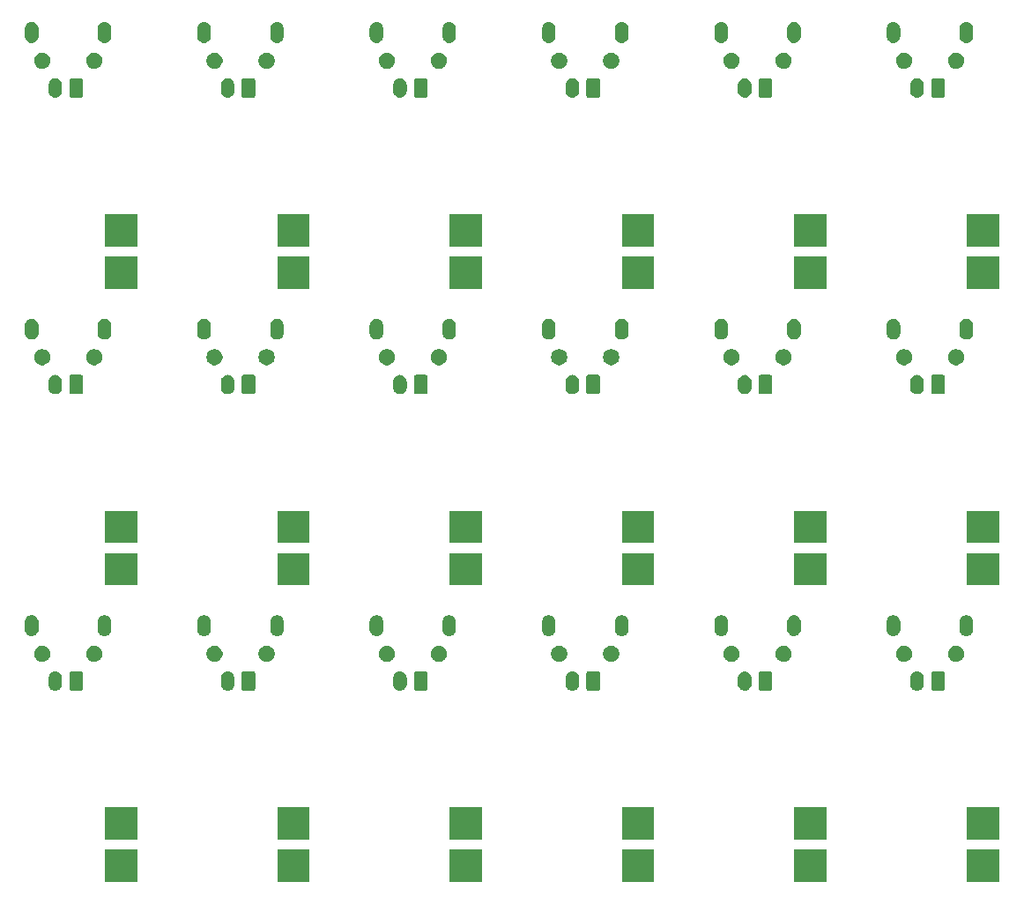
<source format=gbr>
G04 #@! TF.GenerationSoftware,KiCad,Pcbnew,(5.1.2)-2*
G04 #@! TF.CreationDate,2019-08-12T20:16:11-04:00*
G04 #@! TF.ProjectId,v2_panelized,76325f70-616e-4656-9c69-7a65642e6b69,rev?*
G04 #@! TF.SameCoordinates,Original*
G04 #@! TF.FileFunction,Soldermask,Bot*
G04 #@! TF.FilePolarity,Negative*
%FSLAX46Y46*%
G04 Gerber Fmt 4.6, Leading zero omitted, Abs format (unit mm)*
G04 Created by KiCad (PCBNEW (5.1.2)-2) date 2019-08-12 20:16:11*
%MOMM*%
%LPD*%
G04 APERTURE LIST*
%ADD10C,0.100000*%
G04 APERTURE END LIST*
D10*
G36*
X230909010Y-26670004D02*
G01*
X227807010Y-26670004D01*
X227807010Y-23568004D01*
X230909010Y-23568004D01*
X230909010Y-26670004D01*
X230909010Y-26670004D01*
G37*
G36*
X214349008Y-26670004D02*
G01*
X211247008Y-26670004D01*
X211247008Y-23568004D01*
X214349008Y-23568004D01*
X214349008Y-26670004D01*
X214349008Y-26670004D01*
G37*
G36*
X181229004Y-26670004D02*
G01*
X178127004Y-26670004D01*
X178127004Y-23568004D01*
X181229004Y-23568004D01*
X181229004Y-26670004D01*
X181229004Y-26670004D01*
G37*
G36*
X164669002Y-26670004D02*
G01*
X161567002Y-26670004D01*
X161567002Y-23568004D01*
X164669002Y-23568004D01*
X164669002Y-26670004D01*
X164669002Y-26670004D01*
G37*
G36*
X148109000Y-26670004D02*
G01*
X145007000Y-26670004D01*
X145007000Y-23568004D01*
X148109000Y-23568004D01*
X148109000Y-26670004D01*
X148109000Y-26670004D01*
G37*
G36*
X197789006Y-26670004D02*
G01*
X194687006Y-26670004D01*
X194687006Y-23568004D01*
X197789006Y-23568004D01*
X197789006Y-26670004D01*
X197789006Y-26670004D01*
G37*
G36*
X181229004Y-22606004D02*
G01*
X178127004Y-22606004D01*
X178127004Y-19504004D01*
X181229004Y-19504004D01*
X181229004Y-22606004D01*
X181229004Y-22606004D01*
G37*
G36*
X164669002Y-22606004D02*
G01*
X161567002Y-22606004D01*
X161567002Y-19504004D01*
X164669002Y-19504004D01*
X164669002Y-22606004D01*
X164669002Y-22606004D01*
G37*
G36*
X197789006Y-22606004D02*
G01*
X194687006Y-22606004D01*
X194687006Y-19504004D01*
X197789006Y-19504004D01*
X197789006Y-22606004D01*
X197789006Y-22606004D01*
G37*
G36*
X214349008Y-22606004D02*
G01*
X211247008Y-22606004D01*
X211247008Y-19504004D01*
X214349008Y-19504004D01*
X214349008Y-22606004D01*
X214349008Y-22606004D01*
G37*
G36*
X230909010Y-22606004D02*
G01*
X227807010Y-22606004D01*
X227807010Y-19504004D01*
X230909010Y-19504004D01*
X230909010Y-22606004D01*
X230909010Y-22606004D01*
G37*
G36*
X148109000Y-22606004D02*
G01*
X145007000Y-22606004D01*
X145007000Y-19504004D01*
X148109000Y-19504004D01*
X148109000Y-22606004D01*
X148109000Y-22606004D01*
G37*
G36*
X223167628Y-6447824D02*
G01*
X223248410Y-6472329D01*
X223290346Y-6485050D01*
X223403435Y-6545498D01*
X223502564Y-6626850D01*
X223583916Y-6725979D01*
X223644364Y-6839068D01*
X223644365Y-6839072D01*
X223681590Y-6961786D01*
X223691010Y-7057431D01*
X223691010Y-7671377D01*
X223681590Y-7767022D01*
X223654050Y-7857808D01*
X223644364Y-7889740D01*
X223583916Y-8002829D01*
X223502564Y-8101957D01*
X223403434Y-8183310D01*
X223290345Y-8243758D01*
X223258413Y-8253444D01*
X223167627Y-8280984D01*
X223040010Y-8293553D01*
X222912392Y-8280984D01*
X222821606Y-8253444D01*
X222789674Y-8243758D01*
X222676585Y-8183310D01*
X222577457Y-8101958D01*
X222496104Y-8002828D01*
X222435656Y-7889739D01*
X222425970Y-7857807D01*
X222398430Y-7767021D01*
X222389010Y-7671376D01*
X222389010Y-7057431D01*
X222398430Y-6961786D01*
X222435655Y-6839072D01*
X222435655Y-6839071D01*
X222467967Y-6778621D01*
X222496105Y-6725978D01*
X222509503Y-6709653D01*
X222577457Y-6626850D01*
X222676586Y-6545498D01*
X222789675Y-6485050D01*
X222831611Y-6472329D01*
X222912393Y-6447824D01*
X223040010Y-6435255D01*
X223167628Y-6447824D01*
X223167628Y-6447824D01*
G37*
G36*
X140367618Y-6447824D02*
G01*
X140448400Y-6472329D01*
X140490336Y-6485050D01*
X140603425Y-6545498D01*
X140702554Y-6626850D01*
X140783906Y-6725979D01*
X140844354Y-6839068D01*
X140844355Y-6839072D01*
X140881580Y-6961786D01*
X140891000Y-7057431D01*
X140891000Y-7671377D01*
X140881580Y-7767022D01*
X140854040Y-7857808D01*
X140844354Y-7889740D01*
X140783906Y-8002829D01*
X140702554Y-8101957D01*
X140603424Y-8183310D01*
X140490335Y-8243758D01*
X140458403Y-8253444D01*
X140367617Y-8280984D01*
X140240000Y-8293553D01*
X140112382Y-8280984D01*
X140021596Y-8253444D01*
X139989664Y-8243758D01*
X139876575Y-8183310D01*
X139777447Y-8101958D01*
X139696094Y-8002828D01*
X139635646Y-7889739D01*
X139625960Y-7857807D01*
X139598420Y-7767021D01*
X139589000Y-7671376D01*
X139589000Y-7057431D01*
X139598420Y-6961786D01*
X139635645Y-6839072D01*
X139635645Y-6839071D01*
X139667957Y-6778621D01*
X139696095Y-6725978D01*
X139709493Y-6709653D01*
X139777447Y-6626850D01*
X139876576Y-6545498D01*
X139989665Y-6485050D01*
X140031601Y-6472329D01*
X140112383Y-6447824D01*
X140240000Y-6435255D01*
X140367618Y-6447824D01*
X140367618Y-6447824D01*
G37*
G36*
X156927620Y-6447824D02*
G01*
X157008402Y-6472329D01*
X157050338Y-6485050D01*
X157163427Y-6545498D01*
X157262556Y-6626850D01*
X157343908Y-6725979D01*
X157404356Y-6839068D01*
X157404357Y-6839072D01*
X157441582Y-6961786D01*
X157451002Y-7057431D01*
X157451002Y-7671377D01*
X157441582Y-7767022D01*
X157414042Y-7857808D01*
X157404356Y-7889740D01*
X157343908Y-8002829D01*
X157262556Y-8101957D01*
X157163426Y-8183310D01*
X157050337Y-8243758D01*
X157018405Y-8253444D01*
X156927619Y-8280984D01*
X156800002Y-8293553D01*
X156672384Y-8280984D01*
X156581598Y-8253444D01*
X156549666Y-8243758D01*
X156436577Y-8183310D01*
X156337449Y-8101958D01*
X156256096Y-8002828D01*
X156195648Y-7889739D01*
X156185962Y-7857807D01*
X156158422Y-7767021D01*
X156149002Y-7671376D01*
X156149002Y-7057431D01*
X156158422Y-6961786D01*
X156195647Y-6839072D01*
X156195647Y-6839071D01*
X156227959Y-6778621D01*
X156256097Y-6725978D01*
X156269495Y-6709653D01*
X156337449Y-6626850D01*
X156436578Y-6545498D01*
X156549667Y-6485050D01*
X156591603Y-6472329D01*
X156672385Y-6447824D01*
X156800002Y-6435255D01*
X156927620Y-6447824D01*
X156927620Y-6447824D01*
G37*
G36*
X173487622Y-6447824D02*
G01*
X173568404Y-6472329D01*
X173610340Y-6485050D01*
X173723429Y-6545498D01*
X173822558Y-6626850D01*
X173903910Y-6725979D01*
X173964358Y-6839068D01*
X173964359Y-6839072D01*
X174001584Y-6961786D01*
X174011004Y-7057431D01*
X174011004Y-7671377D01*
X174001584Y-7767022D01*
X173974044Y-7857808D01*
X173964358Y-7889740D01*
X173903910Y-8002829D01*
X173822558Y-8101957D01*
X173723428Y-8183310D01*
X173610339Y-8243758D01*
X173578407Y-8253444D01*
X173487621Y-8280984D01*
X173360004Y-8293553D01*
X173232386Y-8280984D01*
X173141600Y-8253444D01*
X173109668Y-8243758D01*
X172996579Y-8183310D01*
X172897451Y-8101958D01*
X172816098Y-8002828D01*
X172755650Y-7889739D01*
X172745964Y-7857807D01*
X172718424Y-7767021D01*
X172709004Y-7671376D01*
X172709004Y-7057431D01*
X172718424Y-6961786D01*
X172755649Y-6839072D01*
X172755649Y-6839071D01*
X172787961Y-6778621D01*
X172816099Y-6725978D01*
X172829497Y-6709653D01*
X172897451Y-6626850D01*
X172996580Y-6545498D01*
X173109669Y-6485050D01*
X173151605Y-6472329D01*
X173232387Y-6447824D01*
X173360004Y-6435255D01*
X173487622Y-6447824D01*
X173487622Y-6447824D01*
G37*
G36*
X190047624Y-6447824D02*
G01*
X190128406Y-6472329D01*
X190170342Y-6485050D01*
X190283431Y-6545498D01*
X190382560Y-6626850D01*
X190463912Y-6725979D01*
X190524360Y-6839068D01*
X190524361Y-6839072D01*
X190561586Y-6961786D01*
X190571006Y-7057431D01*
X190571006Y-7671377D01*
X190561586Y-7767022D01*
X190534046Y-7857808D01*
X190524360Y-7889740D01*
X190463912Y-8002829D01*
X190382560Y-8101957D01*
X190283430Y-8183310D01*
X190170341Y-8243758D01*
X190138409Y-8253444D01*
X190047623Y-8280984D01*
X189920006Y-8293553D01*
X189792388Y-8280984D01*
X189701602Y-8253444D01*
X189669670Y-8243758D01*
X189556581Y-8183310D01*
X189457453Y-8101958D01*
X189376100Y-8002828D01*
X189315652Y-7889739D01*
X189305966Y-7857807D01*
X189278426Y-7767021D01*
X189269006Y-7671376D01*
X189269006Y-7057431D01*
X189278426Y-6961786D01*
X189315651Y-6839072D01*
X189315651Y-6839071D01*
X189347963Y-6778621D01*
X189376101Y-6725978D01*
X189389499Y-6709653D01*
X189457453Y-6626850D01*
X189556582Y-6545498D01*
X189669671Y-6485050D01*
X189711607Y-6472329D01*
X189792389Y-6447824D01*
X189920006Y-6435255D01*
X190047624Y-6447824D01*
X190047624Y-6447824D01*
G37*
G36*
X206607626Y-6447824D02*
G01*
X206688408Y-6472329D01*
X206730344Y-6485050D01*
X206843433Y-6545498D01*
X206942562Y-6626850D01*
X207023914Y-6725979D01*
X207084362Y-6839068D01*
X207084363Y-6839072D01*
X207121588Y-6961786D01*
X207131008Y-7057431D01*
X207131008Y-7671377D01*
X207121588Y-7767022D01*
X207094048Y-7857808D01*
X207084362Y-7889740D01*
X207023914Y-8002829D01*
X206942562Y-8101957D01*
X206843432Y-8183310D01*
X206730343Y-8243758D01*
X206698411Y-8253444D01*
X206607625Y-8280984D01*
X206480008Y-8293553D01*
X206352390Y-8280984D01*
X206261604Y-8253444D01*
X206229672Y-8243758D01*
X206116583Y-8183310D01*
X206017455Y-8101958D01*
X205936102Y-8002828D01*
X205875654Y-7889739D01*
X205865968Y-7857807D01*
X205838428Y-7767021D01*
X205829008Y-7671376D01*
X205829008Y-7057431D01*
X205838428Y-6961786D01*
X205875653Y-6839072D01*
X205875653Y-6839071D01*
X205907965Y-6778621D01*
X205936103Y-6725978D01*
X205949501Y-6709653D01*
X206017455Y-6626850D01*
X206116584Y-6545498D01*
X206229673Y-6485050D01*
X206271609Y-6472329D01*
X206352391Y-6447824D01*
X206480008Y-6435255D01*
X206607626Y-6447824D01*
X206607626Y-6447824D01*
G37*
G36*
X192411248Y-6442808D02*
G01*
X192448343Y-6454061D01*
X192482521Y-6472329D01*
X192512487Y-6496923D01*
X192537081Y-6526889D01*
X192555349Y-6561067D01*
X192566602Y-6598162D01*
X192571006Y-6642878D01*
X192571006Y-8085930D01*
X192566602Y-8130646D01*
X192555349Y-8167741D01*
X192537081Y-8201919D01*
X192512487Y-8231885D01*
X192482521Y-8256479D01*
X192448343Y-8274747D01*
X192411248Y-8286000D01*
X192366532Y-8290404D01*
X191473480Y-8290404D01*
X191428764Y-8286000D01*
X191391669Y-8274747D01*
X191357491Y-8256479D01*
X191327525Y-8231885D01*
X191302931Y-8201919D01*
X191284663Y-8167741D01*
X191273410Y-8130646D01*
X191269006Y-8085930D01*
X191269006Y-6642878D01*
X191273410Y-6598162D01*
X191284663Y-6561067D01*
X191302931Y-6526889D01*
X191327525Y-6496923D01*
X191357491Y-6472329D01*
X191391669Y-6454061D01*
X191428764Y-6442808D01*
X191473480Y-6438404D01*
X192366532Y-6438404D01*
X192411248Y-6442808D01*
X192411248Y-6442808D01*
G37*
G36*
X225531252Y-6442808D02*
G01*
X225568347Y-6454061D01*
X225602525Y-6472329D01*
X225632491Y-6496923D01*
X225657085Y-6526889D01*
X225675353Y-6561067D01*
X225686606Y-6598162D01*
X225691010Y-6642878D01*
X225691010Y-8085930D01*
X225686606Y-8130646D01*
X225675353Y-8167741D01*
X225657085Y-8201919D01*
X225632491Y-8231885D01*
X225602525Y-8256479D01*
X225568347Y-8274747D01*
X225531252Y-8286000D01*
X225486536Y-8290404D01*
X224593484Y-8290404D01*
X224548768Y-8286000D01*
X224511673Y-8274747D01*
X224477495Y-8256479D01*
X224447529Y-8231885D01*
X224422935Y-8201919D01*
X224404667Y-8167741D01*
X224393414Y-8130646D01*
X224389010Y-8085930D01*
X224389010Y-6642878D01*
X224393414Y-6598162D01*
X224404667Y-6561067D01*
X224422935Y-6526889D01*
X224447529Y-6496923D01*
X224477495Y-6472329D01*
X224511673Y-6454061D01*
X224548768Y-6442808D01*
X224593484Y-6438404D01*
X225486536Y-6438404D01*
X225531252Y-6442808D01*
X225531252Y-6442808D01*
G37*
G36*
X208971250Y-6442808D02*
G01*
X209008345Y-6454061D01*
X209042523Y-6472329D01*
X209072489Y-6496923D01*
X209097083Y-6526889D01*
X209115351Y-6561067D01*
X209126604Y-6598162D01*
X209131008Y-6642878D01*
X209131008Y-8085930D01*
X209126604Y-8130646D01*
X209115351Y-8167741D01*
X209097083Y-8201919D01*
X209072489Y-8231885D01*
X209042523Y-8256479D01*
X209008345Y-8274747D01*
X208971250Y-8286000D01*
X208926534Y-8290404D01*
X208033482Y-8290404D01*
X207988766Y-8286000D01*
X207951671Y-8274747D01*
X207917493Y-8256479D01*
X207887527Y-8231885D01*
X207862933Y-8201919D01*
X207844665Y-8167741D01*
X207833412Y-8130646D01*
X207829008Y-8085930D01*
X207829008Y-6642878D01*
X207833412Y-6598162D01*
X207844665Y-6561067D01*
X207862933Y-6526889D01*
X207887527Y-6496923D01*
X207917493Y-6472329D01*
X207951671Y-6454061D01*
X207988766Y-6442808D01*
X208033482Y-6438404D01*
X208926534Y-6438404D01*
X208971250Y-6442808D01*
X208971250Y-6442808D01*
G37*
G36*
X175851246Y-6442808D02*
G01*
X175888341Y-6454061D01*
X175922519Y-6472329D01*
X175952485Y-6496923D01*
X175977079Y-6526889D01*
X175995347Y-6561067D01*
X176006600Y-6598162D01*
X176011004Y-6642878D01*
X176011004Y-8085930D01*
X176006600Y-8130646D01*
X175995347Y-8167741D01*
X175977079Y-8201919D01*
X175952485Y-8231885D01*
X175922519Y-8256479D01*
X175888341Y-8274747D01*
X175851246Y-8286000D01*
X175806530Y-8290404D01*
X174913478Y-8290404D01*
X174868762Y-8286000D01*
X174831667Y-8274747D01*
X174797489Y-8256479D01*
X174767523Y-8231885D01*
X174742929Y-8201919D01*
X174724661Y-8167741D01*
X174713408Y-8130646D01*
X174709004Y-8085930D01*
X174709004Y-6642878D01*
X174713408Y-6598162D01*
X174724661Y-6561067D01*
X174742929Y-6526889D01*
X174767523Y-6496923D01*
X174797489Y-6472329D01*
X174831667Y-6454061D01*
X174868762Y-6442808D01*
X174913478Y-6438404D01*
X175806530Y-6438404D01*
X175851246Y-6442808D01*
X175851246Y-6442808D01*
G37*
G36*
X142731242Y-6442808D02*
G01*
X142768337Y-6454061D01*
X142802515Y-6472329D01*
X142832481Y-6496923D01*
X142857075Y-6526889D01*
X142875343Y-6561067D01*
X142886596Y-6598162D01*
X142891000Y-6642878D01*
X142891000Y-8085930D01*
X142886596Y-8130646D01*
X142875343Y-8167741D01*
X142857075Y-8201919D01*
X142832481Y-8231885D01*
X142802515Y-8256479D01*
X142768337Y-8274747D01*
X142731242Y-8286000D01*
X142686526Y-8290404D01*
X141793474Y-8290404D01*
X141748758Y-8286000D01*
X141711663Y-8274747D01*
X141677485Y-8256479D01*
X141647519Y-8231885D01*
X141622925Y-8201919D01*
X141604657Y-8167741D01*
X141593404Y-8130646D01*
X141589000Y-8085930D01*
X141589000Y-6642878D01*
X141593404Y-6598162D01*
X141604657Y-6561067D01*
X141622925Y-6526889D01*
X141647519Y-6496923D01*
X141677485Y-6472329D01*
X141711663Y-6454061D01*
X141748758Y-6442808D01*
X141793474Y-6438404D01*
X142686526Y-6438404D01*
X142731242Y-6442808D01*
X142731242Y-6442808D01*
G37*
G36*
X159291244Y-6442808D02*
G01*
X159328339Y-6454061D01*
X159362517Y-6472329D01*
X159392483Y-6496923D01*
X159417077Y-6526889D01*
X159435345Y-6561067D01*
X159446598Y-6598162D01*
X159451002Y-6642878D01*
X159451002Y-8085930D01*
X159446598Y-8130646D01*
X159435345Y-8167741D01*
X159417077Y-8201919D01*
X159392483Y-8231885D01*
X159362517Y-8256479D01*
X159328339Y-8274747D01*
X159291244Y-8286000D01*
X159246528Y-8290404D01*
X158353476Y-8290404D01*
X158308760Y-8286000D01*
X158271665Y-8274747D01*
X158237487Y-8256479D01*
X158207521Y-8231885D01*
X158182927Y-8201919D01*
X158164659Y-8167741D01*
X158153406Y-8130646D01*
X158149002Y-8085930D01*
X158149002Y-6642878D01*
X158153406Y-6598162D01*
X158164659Y-6561067D01*
X158182927Y-6526889D01*
X158207521Y-6496923D01*
X158237487Y-6472329D01*
X158271665Y-6454061D01*
X158308760Y-6442808D01*
X158353476Y-6438404D01*
X159246528Y-6438404D01*
X159291244Y-6442808D01*
X159291244Y-6442808D01*
G37*
G36*
X188884354Y-3991324D02*
G01*
X188884356Y-3991325D01*
X188884357Y-3991325D01*
X189025580Y-4049821D01*
X189025583Y-4049823D01*
X189152675Y-4134743D01*
X189260767Y-4242835D01*
X189345687Y-4369927D01*
X189345689Y-4369930D01*
X189404185Y-4511153D01*
X189434006Y-4661075D01*
X189434006Y-4813933D01*
X189404185Y-4963855D01*
X189345689Y-5105078D01*
X189345687Y-5105081D01*
X189260767Y-5232173D01*
X189152675Y-5340265D01*
X189025583Y-5425185D01*
X189025580Y-5425187D01*
X188884357Y-5483683D01*
X188884356Y-5483683D01*
X188884354Y-5483684D01*
X188734437Y-5513504D01*
X188581575Y-5513504D01*
X188431658Y-5483684D01*
X188431656Y-5483683D01*
X188431655Y-5483683D01*
X188290432Y-5425187D01*
X188290429Y-5425185D01*
X188163337Y-5340265D01*
X188055245Y-5232173D01*
X187970325Y-5105081D01*
X187970323Y-5105078D01*
X187911827Y-4963855D01*
X187882006Y-4813933D01*
X187882006Y-4661075D01*
X187911827Y-4511153D01*
X187970323Y-4369930D01*
X187970325Y-4369927D01*
X188055245Y-4242835D01*
X188163337Y-4134743D01*
X188290429Y-4049823D01*
X188290432Y-4049821D01*
X188431655Y-3991325D01*
X188431656Y-3991325D01*
X188431658Y-3991324D01*
X188581575Y-3961504D01*
X188734437Y-3961504D01*
X188884354Y-3991324D01*
X188884354Y-3991324D01*
G37*
G36*
X222004358Y-3991324D02*
G01*
X222004360Y-3991325D01*
X222004361Y-3991325D01*
X222145584Y-4049821D01*
X222145587Y-4049823D01*
X222272679Y-4134743D01*
X222380771Y-4242835D01*
X222465691Y-4369927D01*
X222465693Y-4369930D01*
X222524189Y-4511153D01*
X222554010Y-4661075D01*
X222554010Y-4813933D01*
X222524189Y-4963855D01*
X222465693Y-5105078D01*
X222465691Y-5105081D01*
X222380771Y-5232173D01*
X222272679Y-5340265D01*
X222145587Y-5425185D01*
X222145584Y-5425187D01*
X222004361Y-5483683D01*
X222004360Y-5483683D01*
X222004358Y-5483684D01*
X221854441Y-5513504D01*
X221701579Y-5513504D01*
X221551662Y-5483684D01*
X221551660Y-5483683D01*
X221551659Y-5483683D01*
X221410436Y-5425187D01*
X221410433Y-5425185D01*
X221283341Y-5340265D01*
X221175249Y-5232173D01*
X221090329Y-5105081D01*
X221090327Y-5105078D01*
X221031831Y-4963855D01*
X221002010Y-4813933D01*
X221002010Y-4661075D01*
X221031831Y-4511153D01*
X221090327Y-4369930D01*
X221090329Y-4369927D01*
X221175249Y-4242835D01*
X221283341Y-4134743D01*
X221410433Y-4049823D01*
X221410436Y-4049821D01*
X221551659Y-3991325D01*
X221551660Y-3991325D01*
X221551662Y-3991324D01*
X221701579Y-3961504D01*
X221854441Y-3961504D01*
X222004358Y-3991324D01*
X222004358Y-3991324D01*
G37*
G36*
X227004358Y-3991324D02*
G01*
X227004360Y-3991325D01*
X227004361Y-3991325D01*
X227145584Y-4049821D01*
X227145587Y-4049823D01*
X227272679Y-4134743D01*
X227380771Y-4242835D01*
X227465691Y-4369927D01*
X227465693Y-4369930D01*
X227524189Y-4511153D01*
X227554010Y-4661075D01*
X227554010Y-4813933D01*
X227524189Y-4963855D01*
X227465693Y-5105078D01*
X227465691Y-5105081D01*
X227380771Y-5232173D01*
X227272679Y-5340265D01*
X227145587Y-5425185D01*
X227145584Y-5425187D01*
X227004361Y-5483683D01*
X227004360Y-5483683D01*
X227004358Y-5483684D01*
X226854441Y-5513504D01*
X226701579Y-5513504D01*
X226551662Y-5483684D01*
X226551660Y-5483683D01*
X226551659Y-5483683D01*
X226410436Y-5425187D01*
X226410433Y-5425185D01*
X226283341Y-5340265D01*
X226175249Y-5232173D01*
X226090329Y-5105081D01*
X226090327Y-5105078D01*
X226031831Y-4963855D01*
X226002010Y-4813933D01*
X226002010Y-4661075D01*
X226031831Y-4511153D01*
X226090327Y-4369930D01*
X226090329Y-4369927D01*
X226175249Y-4242835D01*
X226283341Y-4134743D01*
X226410433Y-4049823D01*
X226410436Y-4049821D01*
X226551659Y-3991325D01*
X226551660Y-3991325D01*
X226551662Y-3991324D01*
X226701579Y-3961504D01*
X226854441Y-3961504D01*
X227004358Y-3991324D01*
X227004358Y-3991324D01*
G37*
G36*
X205444356Y-3991324D02*
G01*
X205444358Y-3991325D01*
X205444359Y-3991325D01*
X205585582Y-4049821D01*
X205585585Y-4049823D01*
X205712677Y-4134743D01*
X205820769Y-4242835D01*
X205905689Y-4369927D01*
X205905691Y-4369930D01*
X205964187Y-4511153D01*
X205994008Y-4661075D01*
X205994008Y-4813933D01*
X205964187Y-4963855D01*
X205905691Y-5105078D01*
X205905689Y-5105081D01*
X205820769Y-5232173D01*
X205712677Y-5340265D01*
X205585585Y-5425185D01*
X205585582Y-5425187D01*
X205444359Y-5483683D01*
X205444358Y-5483683D01*
X205444356Y-5483684D01*
X205294439Y-5513504D01*
X205141577Y-5513504D01*
X204991660Y-5483684D01*
X204991658Y-5483683D01*
X204991657Y-5483683D01*
X204850434Y-5425187D01*
X204850431Y-5425185D01*
X204723339Y-5340265D01*
X204615247Y-5232173D01*
X204530327Y-5105081D01*
X204530325Y-5105078D01*
X204471829Y-4963855D01*
X204442008Y-4813933D01*
X204442008Y-4661075D01*
X204471829Y-4511153D01*
X204530325Y-4369930D01*
X204530327Y-4369927D01*
X204615247Y-4242835D01*
X204723339Y-4134743D01*
X204850431Y-4049823D01*
X204850434Y-4049821D01*
X204991657Y-3991325D01*
X204991658Y-3991325D01*
X204991660Y-3991324D01*
X205141577Y-3961504D01*
X205294439Y-3961504D01*
X205444356Y-3991324D01*
X205444356Y-3991324D01*
G37*
G36*
X210444356Y-3991324D02*
G01*
X210444358Y-3991325D01*
X210444359Y-3991325D01*
X210585582Y-4049821D01*
X210585585Y-4049823D01*
X210712677Y-4134743D01*
X210820769Y-4242835D01*
X210905689Y-4369927D01*
X210905691Y-4369930D01*
X210964187Y-4511153D01*
X210994008Y-4661075D01*
X210994008Y-4813933D01*
X210964187Y-4963855D01*
X210905691Y-5105078D01*
X210905689Y-5105081D01*
X210820769Y-5232173D01*
X210712677Y-5340265D01*
X210585585Y-5425185D01*
X210585582Y-5425187D01*
X210444359Y-5483683D01*
X210444358Y-5483683D01*
X210444356Y-5483684D01*
X210294439Y-5513504D01*
X210141577Y-5513504D01*
X209991660Y-5483684D01*
X209991658Y-5483683D01*
X209991657Y-5483683D01*
X209850434Y-5425187D01*
X209850431Y-5425185D01*
X209723339Y-5340265D01*
X209615247Y-5232173D01*
X209530327Y-5105081D01*
X209530325Y-5105078D01*
X209471829Y-4963855D01*
X209442008Y-4813933D01*
X209442008Y-4661075D01*
X209471829Y-4511153D01*
X209530325Y-4369930D01*
X209530327Y-4369927D01*
X209615247Y-4242835D01*
X209723339Y-4134743D01*
X209850431Y-4049823D01*
X209850434Y-4049821D01*
X209991657Y-3991325D01*
X209991658Y-3991325D01*
X209991660Y-3991324D01*
X210141577Y-3961504D01*
X210294439Y-3961504D01*
X210444356Y-3991324D01*
X210444356Y-3991324D01*
G37*
G36*
X172324352Y-3991324D02*
G01*
X172324354Y-3991325D01*
X172324355Y-3991325D01*
X172465578Y-4049821D01*
X172465581Y-4049823D01*
X172592673Y-4134743D01*
X172700765Y-4242835D01*
X172785685Y-4369927D01*
X172785687Y-4369930D01*
X172844183Y-4511153D01*
X172874004Y-4661075D01*
X172874004Y-4813933D01*
X172844183Y-4963855D01*
X172785687Y-5105078D01*
X172785685Y-5105081D01*
X172700765Y-5232173D01*
X172592673Y-5340265D01*
X172465581Y-5425185D01*
X172465578Y-5425187D01*
X172324355Y-5483683D01*
X172324354Y-5483683D01*
X172324352Y-5483684D01*
X172174435Y-5513504D01*
X172021573Y-5513504D01*
X171871656Y-5483684D01*
X171871654Y-5483683D01*
X171871653Y-5483683D01*
X171730430Y-5425187D01*
X171730427Y-5425185D01*
X171603335Y-5340265D01*
X171495243Y-5232173D01*
X171410323Y-5105081D01*
X171410321Y-5105078D01*
X171351825Y-4963855D01*
X171322004Y-4813933D01*
X171322004Y-4661075D01*
X171351825Y-4511153D01*
X171410321Y-4369930D01*
X171410323Y-4369927D01*
X171495243Y-4242835D01*
X171603335Y-4134743D01*
X171730427Y-4049823D01*
X171730430Y-4049821D01*
X171871653Y-3991325D01*
X171871654Y-3991325D01*
X171871656Y-3991324D01*
X172021573Y-3961504D01*
X172174435Y-3961504D01*
X172324352Y-3991324D01*
X172324352Y-3991324D01*
G37*
G36*
X177324352Y-3991324D02*
G01*
X177324354Y-3991325D01*
X177324355Y-3991325D01*
X177465578Y-4049821D01*
X177465581Y-4049823D01*
X177592673Y-4134743D01*
X177700765Y-4242835D01*
X177785685Y-4369927D01*
X177785687Y-4369930D01*
X177844183Y-4511153D01*
X177874004Y-4661075D01*
X177874004Y-4813933D01*
X177844183Y-4963855D01*
X177785687Y-5105078D01*
X177785685Y-5105081D01*
X177700765Y-5232173D01*
X177592673Y-5340265D01*
X177465581Y-5425185D01*
X177465578Y-5425187D01*
X177324355Y-5483683D01*
X177324354Y-5483683D01*
X177324352Y-5483684D01*
X177174435Y-5513504D01*
X177021573Y-5513504D01*
X176871656Y-5483684D01*
X176871654Y-5483683D01*
X176871653Y-5483683D01*
X176730430Y-5425187D01*
X176730427Y-5425185D01*
X176603335Y-5340265D01*
X176495243Y-5232173D01*
X176410323Y-5105081D01*
X176410321Y-5105078D01*
X176351825Y-4963855D01*
X176322004Y-4813933D01*
X176322004Y-4661075D01*
X176351825Y-4511153D01*
X176410321Y-4369930D01*
X176410323Y-4369927D01*
X176495243Y-4242835D01*
X176603335Y-4134743D01*
X176730427Y-4049823D01*
X176730430Y-4049821D01*
X176871653Y-3991325D01*
X176871654Y-3991325D01*
X176871656Y-3991324D01*
X177021573Y-3961504D01*
X177174435Y-3961504D01*
X177324352Y-3991324D01*
X177324352Y-3991324D01*
G37*
G36*
X155764350Y-3991324D02*
G01*
X155764352Y-3991325D01*
X155764353Y-3991325D01*
X155905576Y-4049821D01*
X155905579Y-4049823D01*
X156032671Y-4134743D01*
X156140763Y-4242835D01*
X156225683Y-4369927D01*
X156225685Y-4369930D01*
X156284181Y-4511153D01*
X156314002Y-4661075D01*
X156314002Y-4813933D01*
X156284181Y-4963855D01*
X156225685Y-5105078D01*
X156225683Y-5105081D01*
X156140763Y-5232173D01*
X156032671Y-5340265D01*
X155905579Y-5425185D01*
X155905576Y-5425187D01*
X155764353Y-5483683D01*
X155764352Y-5483683D01*
X155764350Y-5483684D01*
X155614433Y-5513504D01*
X155461571Y-5513504D01*
X155311654Y-5483684D01*
X155311652Y-5483683D01*
X155311651Y-5483683D01*
X155170428Y-5425187D01*
X155170425Y-5425185D01*
X155043333Y-5340265D01*
X154935241Y-5232173D01*
X154850321Y-5105081D01*
X154850319Y-5105078D01*
X154791823Y-4963855D01*
X154762002Y-4813933D01*
X154762002Y-4661075D01*
X154791823Y-4511153D01*
X154850319Y-4369930D01*
X154850321Y-4369927D01*
X154935241Y-4242835D01*
X155043333Y-4134743D01*
X155170425Y-4049823D01*
X155170428Y-4049821D01*
X155311651Y-3991325D01*
X155311652Y-3991325D01*
X155311654Y-3991324D01*
X155461571Y-3961504D01*
X155614433Y-3961504D01*
X155764350Y-3991324D01*
X155764350Y-3991324D01*
G37*
G36*
X160764350Y-3991324D02*
G01*
X160764352Y-3991325D01*
X160764353Y-3991325D01*
X160905576Y-4049821D01*
X160905579Y-4049823D01*
X161032671Y-4134743D01*
X161140763Y-4242835D01*
X161225683Y-4369927D01*
X161225685Y-4369930D01*
X161284181Y-4511153D01*
X161314002Y-4661075D01*
X161314002Y-4813933D01*
X161284181Y-4963855D01*
X161225685Y-5105078D01*
X161225683Y-5105081D01*
X161140763Y-5232173D01*
X161032671Y-5340265D01*
X160905579Y-5425185D01*
X160905576Y-5425187D01*
X160764353Y-5483683D01*
X160764352Y-5483683D01*
X160764350Y-5483684D01*
X160614433Y-5513504D01*
X160461571Y-5513504D01*
X160311654Y-5483684D01*
X160311652Y-5483683D01*
X160311651Y-5483683D01*
X160170428Y-5425187D01*
X160170425Y-5425185D01*
X160043333Y-5340265D01*
X159935241Y-5232173D01*
X159850321Y-5105081D01*
X159850319Y-5105078D01*
X159791823Y-4963855D01*
X159762002Y-4813933D01*
X159762002Y-4661075D01*
X159791823Y-4511153D01*
X159850319Y-4369930D01*
X159850321Y-4369927D01*
X159935241Y-4242835D01*
X160043333Y-4134743D01*
X160170425Y-4049823D01*
X160170428Y-4049821D01*
X160311651Y-3991325D01*
X160311652Y-3991325D01*
X160311654Y-3991324D01*
X160461571Y-3961504D01*
X160614433Y-3961504D01*
X160764350Y-3991324D01*
X160764350Y-3991324D01*
G37*
G36*
X139204348Y-3991324D02*
G01*
X139204350Y-3991325D01*
X139204351Y-3991325D01*
X139345574Y-4049821D01*
X139345577Y-4049823D01*
X139472669Y-4134743D01*
X139580761Y-4242835D01*
X139665681Y-4369927D01*
X139665683Y-4369930D01*
X139724179Y-4511153D01*
X139754000Y-4661075D01*
X139754000Y-4813933D01*
X139724179Y-4963855D01*
X139665683Y-5105078D01*
X139665681Y-5105081D01*
X139580761Y-5232173D01*
X139472669Y-5340265D01*
X139345577Y-5425185D01*
X139345574Y-5425187D01*
X139204351Y-5483683D01*
X139204350Y-5483683D01*
X139204348Y-5483684D01*
X139054431Y-5513504D01*
X138901569Y-5513504D01*
X138751652Y-5483684D01*
X138751650Y-5483683D01*
X138751649Y-5483683D01*
X138610426Y-5425187D01*
X138610423Y-5425185D01*
X138483331Y-5340265D01*
X138375239Y-5232173D01*
X138290319Y-5105081D01*
X138290317Y-5105078D01*
X138231821Y-4963855D01*
X138202000Y-4813933D01*
X138202000Y-4661075D01*
X138231821Y-4511153D01*
X138290317Y-4369930D01*
X138290319Y-4369927D01*
X138375239Y-4242835D01*
X138483331Y-4134743D01*
X138610423Y-4049823D01*
X138610426Y-4049821D01*
X138751649Y-3991325D01*
X138751650Y-3991325D01*
X138751652Y-3991324D01*
X138901569Y-3961504D01*
X139054431Y-3961504D01*
X139204348Y-3991324D01*
X139204348Y-3991324D01*
G37*
G36*
X144204348Y-3991324D02*
G01*
X144204350Y-3991325D01*
X144204351Y-3991325D01*
X144345574Y-4049821D01*
X144345577Y-4049823D01*
X144472669Y-4134743D01*
X144580761Y-4242835D01*
X144665681Y-4369927D01*
X144665683Y-4369930D01*
X144724179Y-4511153D01*
X144754000Y-4661075D01*
X144754000Y-4813933D01*
X144724179Y-4963855D01*
X144665683Y-5105078D01*
X144665681Y-5105081D01*
X144580761Y-5232173D01*
X144472669Y-5340265D01*
X144345577Y-5425185D01*
X144345574Y-5425187D01*
X144204351Y-5483683D01*
X144204350Y-5483683D01*
X144204348Y-5483684D01*
X144054431Y-5513504D01*
X143901569Y-5513504D01*
X143751652Y-5483684D01*
X143751650Y-5483683D01*
X143751649Y-5483683D01*
X143610426Y-5425187D01*
X143610423Y-5425185D01*
X143483331Y-5340265D01*
X143375239Y-5232173D01*
X143290319Y-5105081D01*
X143290317Y-5105078D01*
X143231821Y-4963855D01*
X143202000Y-4813933D01*
X143202000Y-4661075D01*
X143231821Y-4511153D01*
X143290317Y-4369930D01*
X143290319Y-4369927D01*
X143375239Y-4242835D01*
X143483331Y-4134743D01*
X143610423Y-4049823D01*
X143610426Y-4049821D01*
X143751649Y-3991325D01*
X143751650Y-3991325D01*
X143751652Y-3991324D01*
X143901569Y-3961504D01*
X144054431Y-3961504D01*
X144204348Y-3991324D01*
X144204348Y-3991324D01*
G37*
G36*
X193884354Y-3991324D02*
G01*
X193884356Y-3991325D01*
X193884357Y-3991325D01*
X194025580Y-4049821D01*
X194025583Y-4049823D01*
X194152675Y-4134743D01*
X194260767Y-4242835D01*
X194345687Y-4369927D01*
X194345689Y-4369930D01*
X194404185Y-4511153D01*
X194434006Y-4661075D01*
X194434006Y-4813933D01*
X194404185Y-4963855D01*
X194345689Y-5105078D01*
X194345687Y-5105081D01*
X194260767Y-5232173D01*
X194152675Y-5340265D01*
X194025583Y-5425185D01*
X194025580Y-5425187D01*
X193884357Y-5483683D01*
X193884356Y-5483683D01*
X193884354Y-5483684D01*
X193734437Y-5513504D01*
X193581575Y-5513504D01*
X193431658Y-5483684D01*
X193431656Y-5483683D01*
X193431655Y-5483683D01*
X193290432Y-5425187D01*
X193290429Y-5425185D01*
X193163337Y-5340265D01*
X193055245Y-5232173D01*
X192970325Y-5105081D01*
X192970323Y-5105078D01*
X192911827Y-4963855D01*
X192882006Y-4813933D01*
X192882006Y-4661075D01*
X192911827Y-4511153D01*
X192970323Y-4369930D01*
X192970325Y-4369927D01*
X193055245Y-4242835D01*
X193163337Y-4134743D01*
X193290429Y-4049823D01*
X193290432Y-4049821D01*
X193431655Y-3991325D01*
X193431656Y-3991325D01*
X193431658Y-3991324D01*
X193581575Y-3961504D01*
X193734437Y-3961504D01*
X193884354Y-3991324D01*
X193884354Y-3991324D01*
G37*
G36*
X171225622Y-1045924D02*
G01*
X171316408Y-1073464D01*
X171348340Y-1083150D01*
X171461429Y-1143598D01*
X171560558Y-1224950D01*
X171641910Y-1324079D01*
X171702358Y-1437168D01*
X171712044Y-1469100D01*
X171739584Y-1559886D01*
X171749004Y-1655531D01*
X171749004Y-2419477D01*
X171739584Y-2515122D01*
X171712044Y-2605908D01*
X171702358Y-2637840D01*
X171641910Y-2750929D01*
X171560558Y-2850057D01*
X171461428Y-2931410D01*
X171348339Y-2991858D01*
X171316407Y-3001544D01*
X171225621Y-3029084D01*
X171098004Y-3041653D01*
X170970386Y-3029084D01*
X170879600Y-3001544D01*
X170847668Y-2991858D01*
X170734579Y-2931410D01*
X170635451Y-2850058D01*
X170554098Y-2750928D01*
X170493650Y-2637839D01*
X170483964Y-2605907D01*
X170456424Y-2515121D01*
X170447004Y-2419476D01*
X170447004Y-1655531D01*
X170456424Y-1559886D01*
X170493649Y-1437172D01*
X170518612Y-1390470D01*
X170554099Y-1324079D01*
X170635451Y-1224950D01*
X170734580Y-1143598D01*
X170847669Y-1083150D01*
X170879601Y-1073464D01*
X170970387Y-1045924D01*
X171098004Y-1033355D01*
X171225622Y-1045924D01*
X171225622Y-1045924D01*
G37*
G36*
X204345626Y-1045924D02*
G01*
X204436412Y-1073464D01*
X204468344Y-1083150D01*
X204581433Y-1143598D01*
X204680562Y-1224950D01*
X204761914Y-1324079D01*
X204822362Y-1437168D01*
X204832048Y-1469100D01*
X204859588Y-1559886D01*
X204869008Y-1655531D01*
X204869008Y-2419477D01*
X204859588Y-2515122D01*
X204832048Y-2605908D01*
X204822362Y-2637840D01*
X204761914Y-2750929D01*
X204680562Y-2850057D01*
X204581432Y-2931410D01*
X204468343Y-2991858D01*
X204436411Y-3001544D01*
X204345625Y-3029084D01*
X204218008Y-3041653D01*
X204090390Y-3029084D01*
X203999604Y-3001544D01*
X203967672Y-2991858D01*
X203854583Y-2931410D01*
X203755455Y-2850058D01*
X203674102Y-2750928D01*
X203613654Y-2637839D01*
X203603968Y-2605907D01*
X203576428Y-2515121D01*
X203567008Y-2419476D01*
X203567008Y-1655531D01*
X203576428Y-1559886D01*
X203613653Y-1437172D01*
X203638616Y-1390470D01*
X203674103Y-1324079D01*
X203755455Y-1224950D01*
X203854584Y-1143598D01*
X203967673Y-1083150D01*
X203999605Y-1073464D01*
X204090391Y-1045924D01*
X204218008Y-1033355D01*
X204345626Y-1045924D01*
X204345626Y-1045924D01*
G37*
G36*
X211345625Y-1045924D02*
G01*
X211436411Y-1073464D01*
X211468343Y-1083150D01*
X211581432Y-1143598D01*
X211680562Y-1224951D01*
X211761914Y-1324079D01*
X211822362Y-1437168D01*
X211832048Y-1469100D01*
X211859588Y-1559886D01*
X211869008Y-1655531D01*
X211869008Y-2419477D01*
X211859588Y-2515122D01*
X211832048Y-2605908D01*
X211822362Y-2637840D01*
X211761914Y-2750929D01*
X211680562Y-2850058D01*
X211581433Y-2931410D01*
X211468344Y-2991858D01*
X211436412Y-3001544D01*
X211345626Y-3029084D01*
X211218008Y-3041653D01*
X211090391Y-3029084D01*
X210999605Y-3001544D01*
X210967673Y-2991858D01*
X210854584Y-2931410D01*
X210755455Y-2850058D01*
X210674103Y-2750929D01*
X210613656Y-2637841D01*
X210613653Y-2637836D01*
X210576428Y-2515122D01*
X210567008Y-2419477D01*
X210567008Y-1655532D01*
X210576428Y-1559887D01*
X210613653Y-1437173D01*
X210613654Y-1437169D01*
X210674102Y-1324080D01*
X210755455Y-1224950D01*
X210854583Y-1143598D01*
X210967672Y-1083150D01*
X210999604Y-1073464D01*
X211090390Y-1045924D01*
X211218008Y-1033355D01*
X211345625Y-1045924D01*
X211345625Y-1045924D01*
G37*
G36*
X220905628Y-1045924D02*
G01*
X220996414Y-1073464D01*
X221028346Y-1083150D01*
X221141435Y-1143598D01*
X221240564Y-1224950D01*
X221321916Y-1324079D01*
X221382364Y-1437168D01*
X221392050Y-1469100D01*
X221419590Y-1559886D01*
X221429010Y-1655531D01*
X221429010Y-2419477D01*
X221419590Y-2515122D01*
X221392050Y-2605908D01*
X221382364Y-2637840D01*
X221321916Y-2750929D01*
X221240564Y-2850057D01*
X221141434Y-2931410D01*
X221028345Y-2991858D01*
X220996413Y-3001544D01*
X220905627Y-3029084D01*
X220778010Y-3041653D01*
X220650392Y-3029084D01*
X220559606Y-3001544D01*
X220527674Y-2991858D01*
X220414585Y-2931410D01*
X220315457Y-2850058D01*
X220234104Y-2750928D01*
X220173656Y-2637839D01*
X220163970Y-2605907D01*
X220136430Y-2515121D01*
X220127010Y-2419476D01*
X220127010Y-1655531D01*
X220136430Y-1559886D01*
X220173655Y-1437172D01*
X220198618Y-1390470D01*
X220234105Y-1324079D01*
X220315457Y-1224950D01*
X220414586Y-1143598D01*
X220527675Y-1083150D01*
X220559607Y-1073464D01*
X220650393Y-1045924D01*
X220778010Y-1033355D01*
X220905628Y-1045924D01*
X220905628Y-1045924D01*
G37*
G36*
X227905627Y-1045924D02*
G01*
X227996413Y-1073464D01*
X228028345Y-1083150D01*
X228141434Y-1143598D01*
X228240564Y-1224951D01*
X228321916Y-1324079D01*
X228382364Y-1437168D01*
X228392050Y-1469100D01*
X228419590Y-1559886D01*
X228429010Y-1655531D01*
X228429010Y-2419477D01*
X228419590Y-2515122D01*
X228392050Y-2605908D01*
X228382364Y-2637840D01*
X228321916Y-2750929D01*
X228240564Y-2850058D01*
X228141435Y-2931410D01*
X228028346Y-2991858D01*
X227996414Y-3001544D01*
X227905628Y-3029084D01*
X227778010Y-3041653D01*
X227650393Y-3029084D01*
X227559607Y-3001544D01*
X227527675Y-2991858D01*
X227414586Y-2931410D01*
X227315457Y-2850058D01*
X227234105Y-2750929D01*
X227173658Y-2637841D01*
X227173655Y-2637836D01*
X227136430Y-2515122D01*
X227127010Y-2419477D01*
X227127010Y-1655532D01*
X227136430Y-1559887D01*
X227173655Y-1437173D01*
X227173656Y-1437169D01*
X227234104Y-1324080D01*
X227315457Y-1224950D01*
X227414585Y-1143598D01*
X227527674Y-1083150D01*
X227559606Y-1073464D01*
X227650392Y-1045924D01*
X227778010Y-1033355D01*
X227905627Y-1045924D01*
X227905627Y-1045924D01*
G37*
G36*
X187785624Y-1045924D02*
G01*
X187876410Y-1073464D01*
X187908342Y-1083150D01*
X188021431Y-1143598D01*
X188120560Y-1224950D01*
X188201912Y-1324079D01*
X188262360Y-1437168D01*
X188272046Y-1469100D01*
X188299586Y-1559886D01*
X188309006Y-1655531D01*
X188309006Y-2419477D01*
X188299586Y-2515122D01*
X188272046Y-2605908D01*
X188262360Y-2637840D01*
X188201912Y-2750929D01*
X188120560Y-2850057D01*
X188021430Y-2931410D01*
X187908341Y-2991858D01*
X187876409Y-3001544D01*
X187785623Y-3029084D01*
X187658006Y-3041653D01*
X187530388Y-3029084D01*
X187439602Y-3001544D01*
X187407670Y-2991858D01*
X187294581Y-2931410D01*
X187195453Y-2850058D01*
X187114100Y-2750928D01*
X187053652Y-2637839D01*
X187043966Y-2605907D01*
X187016426Y-2515121D01*
X187007006Y-2419476D01*
X187007006Y-1655531D01*
X187016426Y-1559886D01*
X187053651Y-1437172D01*
X187078614Y-1390470D01*
X187114101Y-1324079D01*
X187195453Y-1224950D01*
X187294582Y-1143598D01*
X187407671Y-1083150D01*
X187439603Y-1073464D01*
X187530389Y-1045924D01*
X187658006Y-1033355D01*
X187785624Y-1045924D01*
X187785624Y-1045924D01*
G37*
G36*
X145105617Y-1045924D02*
G01*
X145196403Y-1073464D01*
X145228335Y-1083150D01*
X145341424Y-1143598D01*
X145440554Y-1224951D01*
X145521906Y-1324079D01*
X145582354Y-1437168D01*
X145592040Y-1469100D01*
X145619580Y-1559886D01*
X145629000Y-1655531D01*
X145629000Y-2419477D01*
X145619580Y-2515122D01*
X145592040Y-2605908D01*
X145582354Y-2637840D01*
X145521906Y-2750929D01*
X145440554Y-2850058D01*
X145341425Y-2931410D01*
X145228336Y-2991858D01*
X145196404Y-3001544D01*
X145105618Y-3029084D01*
X144978000Y-3041653D01*
X144850383Y-3029084D01*
X144759597Y-3001544D01*
X144727665Y-2991858D01*
X144614576Y-2931410D01*
X144515447Y-2850058D01*
X144434095Y-2750929D01*
X144373648Y-2637841D01*
X144373645Y-2637836D01*
X144336420Y-2515122D01*
X144327000Y-2419477D01*
X144327000Y-1655532D01*
X144336420Y-1559887D01*
X144373645Y-1437173D01*
X144373646Y-1437169D01*
X144434094Y-1324080D01*
X144515447Y-1224950D01*
X144614575Y-1143598D01*
X144727664Y-1083150D01*
X144759596Y-1073464D01*
X144850382Y-1045924D01*
X144978000Y-1033355D01*
X145105617Y-1045924D01*
X145105617Y-1045924D01*
G37*
G36*
X138105618Y-1045924D02*
G01*
X138196404Y-1073464D01*
X138228336Y-1083150D01*
X138341425Y-1143598D01*
X138440554Y-1224950D01*
X138521906Y-1324079D01*
X138582354Y-1437168D01*
X138592040Y-1469100D01*
X138619580Y-1559886D01*
X138629000Y-1655531D01*
X138629000Y-2419477D01*
X138619580Y-2515122D01*
X138592040Y-2605908D01*
X138582354Y-2637840D01*
X138521906Y-2750929D01*
X138440554Y-2850057D01*
X138341424Y-2931410D01*
X138228335Y-2991858D01*
X138196403Y-3001544D01*
X138105617Y-3029084D01*
X137978000Y-3041653D01*
X137850382Y-3029084D01*
X137759596Y-3001544D01*
X137727664Y-2991858D01*
X137614575Y-2931410D01*
X137515447Y-2850058D01*
X137434094Y-2750928D01*
X137373646Y-2637839D01*
X137363960Y-2605907D01*
X137336420Y-2515121D01*
X137327000Y-2419476D01*
X137327000Y-1655531D01*
X137336420Y-1559886D01*
X137373645Y-1437172D01*
X137398608Y-1390470D01*
X137434095Y-1324079D01*
X137515447Y-1224950D01*
X137614576Y-1143598D01*
X137727665Y-1083150D01*
X137759597Y-1073464D01*
X137850383Y-1045924D01*
X137978000Y-1033355D01*
X138105618Y-1045924D01*
X138105618Y-1045924D01*
G37*
G36*
X178225621Y-1045924D02*
G01*
X178316407Y-1073464D01*
X178348339Y-1083150D01*
X178461428Y-1143598D01*
X178560558Y-1224951D01*
X178641910Y-1324079D01*
X178702358Y-1437168D01*
X178712044Y-1469100D01*
X178739584Y-1559886D01*
X178749004Y-1655531D01*
X178749004Y-2419477D01*
X178739584Y-2515122D01*
X178712044Y-2605908D01*
X178702358Y-2637840D01*
X178641910Y-2750929D01*
X178560558Y-2850058D01*
X178461429Y-2931410D01*
X178348340Y-2991858D01*
X178316408Y-3001544D01*
X178225622Y-3029084D01*
X178098004Y-3041653D01*
X177970387Y-3029084D01*
X177879601Y-3001544D01*
X177847669Y-2991858D01*
X177734580Y-2931410D01*
X177635451Y-2850058D01*
X177554099Y-2750929D01*
X177493652Y-2637841D01*
X177493649Y-2637836D01*
X177456424Y-2515122D01*
X177447004Y-2419477D01*
X177447004Y-1655532D01*
X177456424Y-1559887D01*
X177493649Y-1437173D01*
X177493650Y-1437169D01*
X177554098Y-1324080D01*
X177635451Y-1224950D01*
X177734579Y-1143598D01*
X177847668Y-1083150D01*
X177879600Y-1073464D01*
X177970386Y-1045924D01*
X178098004Y-1033355D01*
X178225621Y-1045924D01*
X178225621Y-1045924D01*
G37*
G36*
X161665619Y-1045924D02*
G01*
X161756405Y-1073464D01*
X161788337Y-1083150D01*
X161901426Y-1143598D01*
X162000556Y-1224951D01*
X162081908Y-1324079D01*
X162142356Y-1437168D01*
X162152042Y-1469100D01*
X162179582Y-1559886D01*
X162189002Y-1655531D01*
X162189002Y-2419477D01*
X162179582Y-2515122D01*
X162152042Y-2605908D01*
X162142356Y-2637840D01*
X162081908Y-2750929D01*
X162000556Y-2850058D01*
X161901427Y-2931410D01*
X161788338Y-2991858D01*
X161756406Y-3001544D01*
X161665620Y-3029084D01*
X161538002Y-3041653D01*
X161410385Y-3029084D01*
X161319599Y-3001544D01*
X161287667Y-2991858D01*
X161174578Y-2931410D01*
X161075449Y-2850058D01*
X160994097Y-2750929D01*
X160933650Y-2637841D01*
X160933647Y-2637836D01*
X160896422Y-2515122D01*
X160887002Y-2419477D01*
X160887002Y-1655532D01*
X160896422Y-1559887D01*
X160933647Y-1437173D01*
X160933648Y-1437169D01*
X160994096Y-1324080D01*
X161075449Y-1224950D01*
X161174577Y-1143598D01*
X161287666Y-1083150D01*
X161319598Y-1073464D01*
X161410384Y-1045924D01*
X161538002Y-1033355D01*
X161665619Y-1045924D01*
X161665619Y-1045924D01*
G37*
G36*
X154665620Y-1045924D02*
G01*
X154756406Y-1073464D01*
X154788338Y-1083150D01*
X154901427Y-1143598D01*
X155000556Y-1224950D01*
X155081908Y-1324079D01*
X155142356Y-1437168D01*
X155152042Y-1469100D01*
X155179582Y-1559886D01*
X155189002Y-1655531D01*
X155189002Y-2419477D01*
X155179582Y-2515122D01*
X155152042Y-2605908D01*
X155142356Y-2637840D01*
X155081908Y-2750929D01*
X155000556Y-2850057D01*
X154901426Y-2931410D01*
X154788337Y-2991858D01*
X154756405Y-3001544D01*
X154665619Y-3029084D01*
X154538002Y-3041653D01*
X154410384Y-3029084D01*
X154319598Y-3001544D01*
X154287666Y-2991858D01*
X154174577Y-2931410D01*
X154075449Y-2850058D01*
X153994096Y-2750928D01*
X153933648Y-2637839D01*
X153923962Y-2605907D01*
X153896422Y-2515121D01*
X153887002Y-2419476D01*
X153887002Y-1655531D01*
X153896422Y-1559886D01*
X153933647Y-1437172D01*
X153958610Y-1390470D01*
X153994097Y-1324079D01*
X154075449Y-1224950D01*
X154174578Y-1143598D01*
X154287667Y-1083150D01*
X154319599Y-1073464D01*
X154410385Y-1045924D01*
X154538002Y-1033355D01*
X154665620Y-1045924D01*
X154665620Y-1045924D01*
G37*
G36*
X194785623Y-1045924D02*
G01*
X194876409Y-1073464D01*
X194908341Y-1083150D01*
X195021430Y-1143598D01*
X195120560Y-1224951D01*
X195201912Y-1324079D01*
X195262360Y-1437168D01*
X195272046Y-1469100D01*
X195299586Y-1559886D01*
X195309006Y-1655531D01*
X195309006Y-2419477D01*
X195299586Y-2515122D01*
X195272046Y-2605908D01*
X195262360Y-2637840D01*
X195201912Y-2750929D01*
X195120560Y-2850058D01*
X195021431Y-2931410D01*
X194908342Y-2991858D01*
X194876410Y-3001544D01*
X194785624Y-3029084D01*
X194658006Y-3041653D01*
X194530389Y-3029084D01*
X194439603Y-3001544D01*
X194407671Y-2991858D01*
X194294582Y-2931410D01*
X194195453Y-2850058D01*
X194114101Y-2750929D01*
X194053654Y-2637841D01*
X194053651Y-2637836D01*
X194016426Y-2515122D01*
X194007006Y-2419477D01*
X194007006Y-1655532D01*
X194016426Y-1559887D01*
X194053651Y-1437173D01*
X194053652Y-1437169D01*
X194114100Y-1324080D01*
X194195453Y-1224950D01*
X194294581Y-1143598D01*
X194407670Y-1083150D01*
X194439602Y-1073464D01*
X194530388Y-1045924D01*
X194658006Y-1033355D01*
X194785623Y-1045924D01*
X194785623Y-1045924D01*
G37*
G36*
X197789006Y1827998D02*
G01*
X194687006Y1827998D01*
X194687006Y4929998D01*
X197789006Y4929998D01*
X197789006Y1827998D01*
X197789006Y1827998D01*
G37*
G36*
X164669002Y1827998D02*
G01*
X161567002Y1827998D01*
X161567002Y4929998D01*
X164669002Y4929998D01*
X164669002Y1827998D01*
X164669002Y1827998D01*
G37*
G36*
X181229004Y1827998D02*
G01*
X178127004Y1827998D01*
X178127004Y4929998D01*
X181229004Y4929998D01*
X181229004Y1827998D01*
X181229004Y1827998D01*
G37*
G36*
X148109000Y1827998D02*
G01*
X145007000Y1827998D01*
X145007000Y4929998D01*
X148109000Y4929998D01*
X148109000Y1827998D01*
X148109000Y1827998D01*
G37*
G36*
X214349008Y1827998D02*
G01*
X211247008Y1827998D01*
X211247008Y4929998D01*
X214349008Y4929998D01*
X214349008Y1827998D01*
X214349008Y1827998D01*
G37*
G36*
X230909010Y1827998D02*
G01*
X227807010Y1827998D01*
X227807010Y4929998D01*
X230909010Y4929998D01*
X230909010Y1827998D01*
X230909010Y1827998D01*
G37*
G36*
X181229004Y5891998D02*
G01*
X178127004Y5891998D01*
X178127004Y8993998D01*
X181229004Y8993998D01*
X181229004Y5891998D01*
X181229004Y5891998D01*
G37*
G36*
X230909010Y5891998D02*
G01*
X227807010Y5891998D01*
X227807010Y8993998D01*
X230909010Y8993998D01*
X230909010Y5891998D01*
X230909010Y5891998D01*
G37*
G36*
X148109000Y5891998D02*
G01*
X145007000Y5891998D01*
X145007000Y8993998D01*
X148109000Y8993998D01*
X148109000Y5891998D01*
X148109000Y5891998D01*
G37*
G36*
X214349008Y5891998D02*
G01*
X211247008Y5891998D01*
X211247008Y8993998D01*
X214349008Y8993998D01*
X214349008Y5891998D01*
X214349008Y5891998D01*
G37*
G36*
X164669002Y5891998D02*
G01*
X161567002Y5891998D01*
X161567002Y8993998D01*
X164669002Y8993998D01*
X164669002Y5891998D01*
X164669002Y5891998D01*
G37*
G36*
X197789006Y5891998D02*
G01*
X194687006Y5891998D01*
X194687006Y8993998D01*
X197789006Y8993998D01*
X197789006Y5891998D01*
X197789006Y5891998D01*
G37*
G36*
X140367618Y22050178D02*
G01*
X140448400Y22025673D01*
X140490336Y22012952D01*
X140603425Y21952504D01*
X140702554Y21871152D01*
X140783906Y21772023D01*
X140844354Y21658934D01*
X140844355Y21658930D01*
X140881580Y21536216D01*
X140891000Y21440571D01*
X140891000Y20826625D01*
X140881580Y20730980D01*
X140854040Y20640194D01*
X140844354Y20608262D01*
X140783906Y20495173D01*
X140702554Y20396045D01*
X140603424Y20314692D01*
X140490335Y20254244D01*
X140458403Y20244558D01*
X140367617Y20217018D01*
X140240000Y20204449D01*
X140112382Y20217018D01*
X140021596Y20244558D01*
X139989664Y20254244D01*
X139876575Y20314692D01*
X139777447Y20396044D01*
X139696094Y20495174D01*
X139635646Y20608263D01*
X139625960Y20640195D01*
X139598420Y20730981D01*
X139589000Y20826626D01*
X139589000Y21440571D01*
X139598420Y21536216D01*
X139635645Y21658930D01*
X139635645Y21658931D01*
X139667957Y21719381D01*
X139696095Y21772024D01*
X139709493Y21788349D01*
X139777447Y21871152D01*
X139876576Y21952504D01*
X139989665Y22012952D01*
X140031601Y22025673D01*
X140112383Y22050178D01*
X140240000Y22062747D01*
X140367618Y22050178D01*
X140367618Y22050178D01*
G37*
G36*
X156927620Y22050178D02*
G01*
X157008402Y22025673D01*
X157050338Y22012952D01*
X157163427Y21952504D01*
X157262556Y21871152D01*
X157343908Y21772023D01*
X157404356Y21658934D01*
X157404357Y21658930D01*
X157441582Y21536216D01*
X157451002Y21440571D01*
X157451002Y20826625D01*
X157441582Y20730980D01*
X157414042Y20640194D01*
X157404356Y20608262D01*
X157343908Y20495173D01*
X157262556Y20396045D01*
X157163426Y20314692D01*
X157050337Y20254244D01*
X157018405Y20244558D01*
X156927619Y20217018D01*
X156800002Y20204449D01*
X156672384Y20217018D01*
X156581598Y20244558D01*
X156549666Y20254244D01*
X156436577Y20314692D01*
X156337449Y20396044D01*
X156256096Y20495174D01*
X156195648Y20608263D01*
X156185962Y20640195D01*
X156158422Y20730981D01*
X156149002Y20826626D01*
X156149002Y21440571D01*
X156158422Y21536216D01*
X156195647Y21658930D01*
X156195647Y21658931D01*
X156227959Y21719381D01*
X156256097Y21772024D01*
X156269495Y21788349D01*
X156337449Y21871152D01*
X156436578Y21952504D01*
X156549667Y22012952D01*
X156591603Y22025673D01*
X156672385Y22050178D01*
X156800002Y22062747D01*
X156927620Y22050178D01*
X156927620Y22050178D01*
G37*
G36*
X173487622Y22050178D02*
G01*
X173568404Y22025673D01*
X173610340Y22012952D01*
X173723429Y21952504D01*
X173822558Y21871152D01*
X173903910Y21772023D01*
X173964358Y21658934D01*
X173964359Y21658930D01*
X174001584Y21536216D01*
X174011004Y21440571D01*
X174011004Y20826625D01*
X174001584Y20730980D01*
X173974044Y20640194D01*
X173964358Y20608262D01*
X173903910Y20495173D01*
X173822558Y20396045D01*
X173723428Y20314692D01*
X173610339Y20254244D01*
X173578407Y20244558D01*
X173487621Y20217018D01*
X173360004Y20204449D01*
X173232386Y20217018D01*
X173141600Y20244558D01*
X173109668Y20254244D01*
X172996579Y20314692D01*
X172897451Y20396044D01*
X172816098Y20495174D01*
X172755650Y20608263D01*
X172745964Y20640195D01*
X172718424Y20730981D01*
X172709004Y20826626D01*
X172709004Y21440571D01*
X172718424Y21536216D01*
X172755649Y21658930D01*
X172755649Y21658931D01*
X172787961Y21719381D01*
X172816099Y21772024D01*
X172829497Y21788349D01*
X172897451Y21871152D01*
X172996580Y21952504D01*
X173109669Y22012952D01*
X173151605Y22025673D01*
X173232387Y22050178D01*
X173360004Y22062747D01*
X173487622Y22050178D01*
X173487622Y22050178D01*
G37*
G36*
X190047624Y22050178D02*
G01*
X190128406Y22025673D01*
X190170342Y22012952D01*
X190283431Y21952504D01*
X190382560Y21871152D01*
X190463912Y21772023D01*
X190524360Y21658934D01*
X190524361Y21658930D01*
X190561586Y21536216D01*
X190571006Y21440571D01*
X190571006Y20826625D01*
X190561586Y20730980D01*
X190534046Y20640194D01*
X190524360Y20608262D01*
X190463912Y20495173D01*
X190382560Y20396045D01*
X190283430Y20314692D01*
X190170341Y20254244D01*
X190138409Y20244558D01*
X190047623Y20217018D01*
X189920006Y20204449D01*
X189792388Y20217018D01*
X189701602Y20244558D01*
X189669670Y20254244D01*
X189556581Y20314692D01*
X189457453Y20396044D01*
X189376100Y20495174D01*
X189315652Y20608263D01*
X189305966Y20640195D01*
X189278426Y20730981D01*
X189269006Y20826626D01*
X189269006Y21440571D01*
X189278426Y21536216D01*
X189315651Y21658930D01*
X189315651Y21658931D01*
X189347963Y21719381D01*
X189376101Y21772024D01*
X189389499Y21788349D01*
X189457453Y21871152D01*
X189556582Y21952504D01*
X189669671Y22012952D01*
X189711607Y22025673D01*
X189792389Y22050178D01*
X189920006Y22062747D01*
X190047624Y22050178D01*
X190047624Y22050178D01*
G37*
G36*
X206607626Y22050178D02*
G01*
X206688408Y22025673D01*
X206730344Y22012952D01*
X206843433Y21952504D01*
X206942562Y21871152D01*
X207023914Y21772023D01*
X207084362Y21658934D01*
X207084363Y21658930D01*
X207121588Y21536216D01*
X207131008Y21440571D01*
X207131008Y20826625D01*
X207121588Y20730980D01*
X207094048Y20640194D01*
X207084362Y20608262D01*
X207023914Y20495173D01*
X206942562Y20396045D01*
X206843432Y20314692D01*
X206730343Y20254244D01*
X206698411Y20244558D01*
X206607625Y20217018D01*
X206480008Y20204449D01*
X206352390Y20217018D01*
X206261604Y20244558D01*
X206229672Y20254244D01*
X206116583Y20314692D01*
X206017455Y20396044D01*
X205936102Y20495174D01*
X205875654Y20608263D01*
X205865968Y20640195D01*
X205838428Y20730981D01*
X205829008Y20826626D01*
X205829008Y21440571D01*
X205838428Y21536216D01*
X205875653Y21658930D01*
X205875653Y21658931D01*
X205907965Y21719381D01*
X205936103Y21772024D01*
X205949501Y21788349D01*
X206017455Y21871152D01*
X206116584Y21952504D01*
X206229673Y22012952D01*
X206271609Y22025673D01*
X206352391Y22050178D01*
X206480008Y22062747D01*
X206607626Y22050178D01*
X206607626Y22050178D01*
G37*
G36*
X223167628Y22050178D02*
G01*
X223248410Y22025673D01*
X223290346Y22012952D01*
X223403435Y21952504D01*
X223502564Y21871152D01*
X223583916Y21772023D01*
X223644364Y21658934D01*
X223644365Y21658930D01*
X223681590Y21536216D01*
X223691010Y21440571D01*
X223691010Y20826625D01*
X223681590Y20730980D01*
X223654050Y20640194D01*
X223644364Y20608262D01*
X223583916Y20495173D01*
X223502564Y20396045D01*
X223403434Y20314692D01*
X223290345Y20254244D01*
X223258413Y20244558D01*
X223167627Y20217018D01*
X223040010Y20204449D01*
X222912392Y20217018D01*
X222821606Y20244558D01*
X222789674Y20254244D01*
X222676585Y20314692D01*
X222577457Y20396044D01*
X222496104Y20495174D01*
X222435656Y20608263D01*
X222425970Y20640195D01*
X222398430Y20730981D01*
X222389010Y20826626D01*
X222389010Y21440571D01*
X222398430Y21536216D01*
X222435655Y21658930D01*
X222435655Y21658931D01*
X222467967Y21719381D01*
X222496105Y21772024D01*
X222509503Y21788349D01*
X222577457Y21871152D01*
X222676586Y21952504D01*
X222789675Y22012952D01*
X222831611Y22025673D01*
X222912393Y22050178D01*
X223040010Y22062747D01*
X223167628Y22050178D01*
X223167628Y22050178D01*
G37*
G36*
X225531252Y22055194D02*
G01*
X225568347Y22043941D01*
X225602525Y22025673D01*
X225632491Y22001079D01*
X225657085Y21971113D01*
X225675353Y21936935D01*
X225686606Y21899840D01*
X225691010Y21855124D01*
X225691010Y20412072D01*
X225686606Y20367356D01*
X225675353Y20330261D01*
X225657085Y20296083D01*
X225632491Y20266117D01*
X225602525Y20241523D01*
X225568347Y20223255D01*
X225531252Y20212002D01*
X225486536Y20207598D01*
X224593484Y20207598D01*
X224548768Y20212002D01*
X224511673Y20223255D01*
X224477495Y20241523D01*
X224447529Y20266117D01*
X224422935Y20296083D01*
X224404667Y20330261D01*
X224393414Y20367356D01*
X224389010Y20412072D01*
X224389010Y21855124D01*
X224393414Y21899840D01*
X224404667Y21936935D01*
X224422935Y21971113D01*
X224447529Y22001079D01*
X224477495Y22025673D01*
X224511673Y22043941D01*
X224548768Y22055194D01*
X224593484Y22059598D01*
X225486536Y22059598D01*
X225531252Y22055194D01*
X225531252Y22055194D01*
G37*
G36*
X192411248Y22055194D02*
G01*
X192448343Y22043941D01*
X192482521Y22025673D01*
X192512487Y22001079D01*
X192537081Y21971113D01*
X192555349Y21936935D01*
X192566602Y21899840D01*
X192571006Y21855124D01*
X192571006Y20412072D01*
X192566602Y20367356D01*
X192555349Y20330261D01*
X192537081Y20296083D01*
X192512487Y20266117D01*
X192482521Y20241523D01*
X192448343Y20223255D01*
X192411248Y20212002D01*
X192366532Y20207598D01*
X191473480Y20207598D01*
X191428764Y20212002D01*
X191391669Y20223255D01*
X191357491Y20241523D01*
X191327525Y20266117D01*
X191302931Y20296083D01*
X191284663Y20330261D01*
X191273410Y20367356D01*
X191269006Y20412072D01*
X191269006Y21855124D01*
X191273410Y21899840D01*
X191284663Y21936935D01*
X191302931Y21971113D01*
X191327525Y22001079D01*
X191357491Y22025673D01*
X191391669Y22043941D01*
X191428764Y22055194D01*
X191473480Y22059598D01*
X192366532Y22059598D01*
X192411248Y22055194D01*
X192411248Y22055194D01*
G37*
G36*
X208971250Y22055194D02*
G01*
X209008345Y22043941D01*
X209042523Y22025673D01*
X209072489Y22001079D01*
X209097083Y21971113D01*
X209115351Y21936935D01*
X209126604Y21899840D01*
X209131008Y21855124D01*
X209131008Y20412072D01*
X209126604Y20367356D01*
X209115351Y20330261D01*
X209097083Y20296083D01*
X209072489Y20266117D01*
X209042523Y20241523D01*
X209008345Y20223255D01*
X208971250Y20212002D01*
X208926534Y20207598D01*
X208033482Y20207598D01*
X207988766Y20212002D01*
X207951671Y20223255D01*
X207917493Y20241523D01*
X207887527Y20266117D01*
X207862933Y20296083D01*
X207844665Y20330261D01*
X207833412Y20367356D01*
X207829008Y20412072D01*
X207829008Y21855124D01*
X207833412Y21899840D01*
X207844665Y21936935D01*
X207862933Y21971113D01*
X207887527Y22001079D01*
X207917493Y22025673D01*
X207951671Y22043941D01*
X207988766Y22055194D01*
X208033482Y22059598D01*
X208926534Y22059598D01*
X208971250Y22055194D01*
X208971250Y22055194D01*
G37*
G36*
X175851246Y22055194D02*
G01*
X175888341Y22043941D01*
X175922519Y22025673D01*
X175952485Y22001079D01*
X175977079Y21971113D01*
X175995347Y21936935D01*
X176006600Y21899840D01*
X176011004Y21855124D01*
X176011004Y20412072D01*
X176006600Y20367356D01*
X175995347Y20330261D01*
X175977079Y20296083D01*
X175952485Y20266117D01*
X175922519Y20241523D01*
X175888341Y20223255D01*
X175851246Y20212002D01*
X175806530Y20207598D01*
X174913478Y20207598D01*
X174868762Y20212002D01*
X174831667Y20223255D01*
X174797489Y20241523D01*
X174767523Y20266117D01*
X174742929Y20296083D01*
X174724661Y20330261D01*
X174713408Y20367356D01*
X174709004Y20412072D01*
X174709004Y21855124D01*
X174713408Y21899840D01*
X174724661Y21936935D01*
X174742929Y21971113D01*
X174767523Y22001079D01*
X174797489Y22025673D01*
X174831667Y22043941D01*
X174868762Y22055194D01*
X174913478Y22059598D01*
X175806530Y22059598D01*
X175851246Y22055194D01*
X175851246Y22055194D01*
G37*
G36*
X159291244Y22055194D02*
G01*
X159328339Y22043941D01*
X159362517Y22025673D01*
X159392483Y22001079D01*
X159417077Y21971113D01*
X159435345Y21936935D01*
X159446598Y21899840D01*
X159451002Y21855124D01*
X159451002Y20412072D01*
X159446598Y20367356D01*
X159435345Y20330261D01*
X159417077Y20296083D01*
X159392483Y20266117D01*
X159362517Y20241523D01*
X159328339Y20223255D01*
X159291244Y20212002D01*
X159246528Y20207598D01*
X158353476Y20207598D01*
X158308760Y20212002D01*
X158271665Y20223255D01*
X158237487Y20241523D01*
X158207521Y20266117D01*
X158182927Y20296083D01*
X158164659Y20330261D01*
X158153406Y20367356D01*
X158149002Y20412072D01*
X158149002Y21855124D01*
X158153406Y21899840D01*
X158164659Y21936935D01*
X158182927Y21971113D01*
X158207521Y22001079D01*
X158237487Y22025673D01*
X158271665Y22043941D01*
X158308760Y22055194D01*
X158353476Y22059598D01*
X159246528Y22059598D01*
X159291244Y22055194D01*
X159291244Y22055194D01*
G37*
G36*
X142731242Y22055194D02*
G01*
X142768337Y22043941D01*
X142802515Y22025673D01*
X142832481Y22001079D01*
X142857075Y21971113D01*
X142875343Y21936935D01*
X142886596Y21899840D01*
X142891000Y21855124D01*
X142891000Y20412072D01*
X142886596Y20367356D01*
X142875343Y20330261D01*
X142857075Y20296083D01*
X142832481Y20266117D01*
X142802515Y20241523D01*
X142768337Y20223255D01*
X142731242Y20212002D01*
X142686526Y20207598D01*
X141793474Y20207598D01*
X141748758Y20212002D01*
X141711663Y20223255D01*
X141677485Y20241523D01*
X141647519Y20266117D01*
X141622925Y20296083D01*
X141604657Y20330261D01*
X141593404Y20367356D01*
X141589000Y20412072D01*
X141589000Y21855124D01*
X141593404Y21899840D01*
X141604657Y21936935D01*
X141622925Y21971113D01*
X141647519Y22001079D01*
X141677485Y22025673D01*
X141711663Y22043941D01*
X141748758Y22055194D01*
X141793474Y22059598D01*
X142686526Y22059598D01*
X142731242Y22055194D01*
X142731242Y22055194D01*
G37*
G36*
X193884354Y24506678D02*
G01*
X193884356Y24506677D01*
X193884357Y24506677D01*
X194025580Y24448181D01*
X194025583Y24448179D01*
X194152675Y24363259D01*
X194260767Y24255167D01*
X194345687Y24128075D01*
X194345689Y24128072D01*
X194404185Y23986849D01*
X194434006Y23836927D01*
X194434006Y23684069D01*
X194404185Y23534147D01*
X194345689Y23392924D01*
X194345687Y23392921D01*
X194260767Y23265829D01*
X194152675Y23157737D01*
X194025583Y23072817D01*
X194025580Y23072815D01*
X193884357Y23014319D01*
X193884356Y23014319D01*
X193884354Y23014318D01*
X193734437Y22984498D01*
X193581575Y22984498D01*
X193431658Y23014318D01*
X193431656Y23014319D01*
X193431655Y23014319D01*
X193290432Y23072815D01*
X193290429Y23072817D01*
X193163337Y23157737D01*
X193055245Y23265829D01*
X192970325Y23392921D01*
X192970323Y23392924D01*
X192911827Y23534147D01*
X192882006Y23684069D01*
X192882006Y23836927D01*
X192911827Y23986849D01*
X192970323Y24128072D01*
X192970325Y24128075D01*
X193055245Y24255167D01*
X193163337Y24363259D01*
X193290429Y24448179D01*
X193290432Y24448181D01*
X193431655Y24506677D01*
X193431656Y24506677D01*
X193431658Y24506678D01*
X193581575Y24536498D01*
X193734437Y24536498D01*
X193884354Y24506678D01*
X193884354Y24506678D01*
G37*
G36*
X139204348Y24506678D02*
G01*
X139204350Y24506677D01*
X139204351Y24506677D01*
X139345574Y24448181D01*
X139345577Y24448179D01*
X139472669Y24363259D01*
X139580761Y24255167D01*
X139665681Y24128075D01*
X139665683Y24128072D01*
X139724179Y23986849D01*
X139754000Y23836927D01*
X139754000Y23684069D01*
X139724179Y23534147D01*
X139665683Y23392924D01*
X139665681Y23392921D01*
X139580761Y23265829D01*
X139472669Y23157737D01*
X139345577Y23072817D01*
X139345574Y23072815D01*
X139204351Y23014319D01*
X139204350Y23014319D01*
X139204348Y23014318D01*
X139054431Y22984498D01*
X138901569Y22984498D01*
X138751652Y23014318D01*
X138751650Y23014319D01*
X138751649Y23014319D01*
X138610426Y23072815D01*
X138610423Y23072817D01*
X138483331Y23157737D01*
X138375239Y23265829D01*
X138290319Y23392921D01*
X138290317Y23392924D01*
X138231821Y23534147D01*
X138202000Y23684069D01*
X138202000Y23836927D01*
X138231821Y23986849D01*
X138290317Y24128072D01*
X138290319Y24128075D01*
X138375239Y24255167D01*
X138483331Y24363259D01*
X138610423Y24448179D01*
X138610426Y24448181D01*
X138751649Y24506677D01*
X138751650Y24506677D01*
X138751652Y24506678D01*
X138901569Y24536498D01*
X139054431Y24536498D01*
X139204348Y24506678D01*
X139204348Y24506678D01*
G37*
G36*
X144204348Y24506678D02*
G01*
X144204350Y24506677D01*
X144204351Y24506677D01*
X144345574Y24448181D01*
X144345577Y24448179D01*
X144472669Y24363259D01*
X144580761Y24255167D01*
X144665681Y24128075D01*
X144665683Y24128072D01*
X144724179Y23986849D01*
X144754000Y23836927D01*
X144754000Y23684069D01*
X144724179Y23534147D01*
X144665683Y23392924D01*
X144665681Y23392921D01*
X144580761Y23265829D01*
X144472669Y23157737D01*
X144345577Y23072817D01*
X144345574Y23072815D01*
X144204351Y23014319D01*
X144204350Y23014319D01*
X144204348Y23014318D01*
X144054431Y22984498D01*
X143901569Y22984498D01*
X143751652Y23014318D01*
X143751650Y23014319D01*
X143751649Y23014319D01*
X143610426Y23072815D01*
X143610423Y23072817D01*
X143483331Y23157737D01*
X143375239Y23265829D01*
X143290319Y23392921D01*
X143290317Y23392924D01*
X143231821Y23534147D01*
X143202000Y23684069D01*
X143202000Y23836927D01*
X143231821Y23986849D01*
X143290317Y24128072D01*
X143290319Y24128075D01*
X143375239Y24255167D01*
X143483331Y24363259D01*
X143610423Y24448179D01*
X143610426Y24448181D01*
X143751649Y24506677D01*
X143751650Y24506677D01*
X143751652Y24506678D01*
X143901569Y24536498D01*
X144054431Y24536498D01*
X144204348Y24506678D01*
X144204348Y24506678D01*
G37*
G36*
X177324352Y24506678D02*
G01*
X177324354Y24506677D01*
X177324355Y24506677D01*
X177465578Y24448181D01*
X177465581Y24448179D01*
X177592673Y24363259D01*
X177700765Y24255167D01*
X177785685Y24128075D01*
X177785687Y24128072D01*
X177844183Y23986849D01*
X177874004Y23836927D01*
X177874004Y23684069D01*
X177844183Y23534147D01*
X177785687Y23392924D01*
X177785685Y23392921D01*
X177700765Y23265829D01*
X177592673Y23157737D01*
X177465581Y23072817D01*
X177465578Y23072815D01*
X177324355Y23014319D01*
X177324354Y23014319D01*
X177324352Y23014318D01*
X177174435Y22984498D01*
X177021573Y22984498D01*
X176871656Y23014318D01*
X176871654Y23014319D01*
X176871653Y23014319D01*
X176730430Y23072815D01*
X176730427Y23072817D01*
X176603335Y23157737D01*
X176495243Y23265829D01*
X176410323Y23392921D01*
X176410321Y23392924D01*
X176351825Y23534147D01*
X176322004Y23684069D01*
X176322004Y23836927D01*
X176351825Y23986849D01*
X176410321Y24128072D01*
X176410323Y24128075D01*
X176495243Y24255167D01*
X176603335Y24363259D01*
X176730427Y24448179D01*
X176730430Y24448181D01*
X176871653Y24506677D01*
X176871654Y24506677D01*
X176871656Y24506678D01*
X177021573Y24536498D01*
X177174435Y24536498D01*
X177324352Y24506678D01*
X177324352Y24506678D01*
G37*
G36*
X172324352Y24506678D02*
G01*
X172324354Y24506677D01*
X172324355Y24506677D01*
X172465578Y24448181D01*
X172465581Y24448179D01*
X172592673Y24363259D01*
X172700765Y24255167D01*
X172785685Y24128075D01*
X172785687Y24128072D01*
X172844183Y23986849D01*
X172874004Y23836927D01*
X172874004Y23684069D01*
X172844183Y23534147D01*
X172785687Y23392924D01*
X172785685Y23392921D01*
X172700765Y23265829D01*
X172592673Y23157737D01*
X172465581Y23072817D01*
X172465578Y23072815D01*
X172324355Y23014319D01*
X172324354Y23014319D01*
X172324352Y23014318D01*
X172174435Y22984498D01*
X172021573Y22984498D01*
X171871656Y23014318D01*
X171871654Y23014319D01*
X171871653Y23014319D01*
X171730430Y23072815D01*
X171730427Y23072817D01*
X171603335Y23157737D01*
X171495243Y23265829D01*
X171410323Y23392921D01*
X171410321Y23392924D01*
X171351825Y23534147D01*
X171322004Y23684069D01*
X171322004Y23836927D01*
X171351825Y23986849D01*
X171410321Y24128072D01*
X171410323Y24128075D01*
X171495243Y24255167D01*
X171603335Y24363259D01*
X171730427Y24448179D01*
X171730430Y24448181D01*
X171871653Y24506677D01*
X171871654Y24506677D01*
X171871656Y24506678D01*
X172021573Y24536498D01*
X172174435Y24536498D01*
X172324352Y24506678D01*
X172324352Y24506678D01*
G37*
G36*
X188884354Y24506678D02*
G01*
X188884356Y24506677D01*
X188884357Y24506677D01*
X189025580Y24448181D01*
X189025583Y24448179D01*
X189152675Y24363259D01*
X189260767Y24255167D01*
X189345687Y24128075D01*
X189345689Y24128072D01*
X189404185Y23986849D01*
X189434006Y23836927D01*
X189434006Y23684069D01*
X189404185Y23534147D01*
X189345689Y23392924D01*
X189345687Y23392921D01*
X189260767Y23265829D01*
X189152675Y23157737D01*
X189025583Y23072817D01*
X189025580Y23072815D01*
X188884357Y23014319D01*
X188884356Y23014319D01*
X188884354Y23014318D01*
X188734437Y22984498D01*
X188581575Y22984498D01*
X188431658Y23014318D01*
X188431656Y23014319D01*
X188431655Y23014319D01*
X188290432Y23072815D01*
X188290429Y23072817D01*
X188163337Y23157737D01*
X188055245Y23265829D01*
X187970325Y23392921D01*
X187970323Y23392924D01*
X187911827Y23534147D01*
X187882006Y23684069D01*
X187882006Y23836927D01*
X187911827Y23986849D01*
X187970323Y24128072D01*
X187970325Y24128075D01*
X188055245Y24255167D01*
X188163337Y24363259D01*
X188290429Y24448179D01*
X188290432Y24448181D01*
X188431655Y24506677D01*
X188431656Y24506677D01*
X188431658Y24506678D01*
X188581575Y24536498D01*
X188734437Y24536498D01*
X188884354Y24506678D01*
X188884354Y24506678D01*
G37*
G36*
X155764350Y24506678D02*
G01*
X155764352Y24506677D01*
X155764353Y24506677D01*
X155905576Y24448181D01*
X155905579Y24448179D01*
X156032671Y24363259D01*
X156140763Y24255167D01*
X156225683Y24128075D01*
X156225685Y24128072D01*
X156284181Y23986849D01*
X156314002Y23836927D01*
X156314002Y23684069D01*
X156284181Y23534147D01*
X156225685Y23392924D01*
X156225683Y23392921D01*
X156140763Y23265829D01*
X156032671Y23157737D01*
X155905579Y23072817D01*
X155905576Y23072815D01*
X155764353Y23014319D01*
X155764352Y23014319D01*
X155764350Y23014318D01*
X155614433Y22984498D01*
X155461571Y22984498D01*
X155311654Y23014318D01*
X155311652Y23014319D01*
X155311651Y23014319D01*
X155170428Y23072815D01*
X155170425Y23072817D01*
X155043333Y23157737D01*
X154935241Y23265829D01*
X154850321Y23392921D01*
X154850319Y23392924D01*
X154791823Y23534147D01*
X154762002Y23684069D01*
X154762002Y23836927D01*
X154791823Y23986849D01*
X154850319Y24128072D01*
X154850321Y24128075D01*
X154935241Y24255167D01*
X155043333Y24363259D01*
X155170425Y24448179D01*
X155170428Y24448181D01*
X155311651Y24506677D01*
X155311652Y24506677D01*
X155311654Y24506678D01*
X155461571Y24536498D01*
X155614433Y24536498D01*
X155764350Y24506678D01*
X155764350Y24506678D01*
G37*
G36*
X227004358Y24506678D02*
G01*
X227004360Y24506677D01*
X227004361Y24506677D01*
X227145584Y24448181D01*
X227145587Y24448179D01*
X227272679Y24363259D01*
X227380771Y24255167D01*
X227465691Y24128075D01*
X227465693Y24128072D01*
X227524189Y23986849D01*
X227554010Y23836927D01*
X227554010Y23684069D01*
X227524189Y23534147D01*
X227465693Y23392924D01*
X227465691Y23392921D01*
X227380771Y23265829D01*
X227272679Y23157737D01*
X227145587Y23072817D01*
X227145584Y23072815D01*
X227004361Y23014319D01*
X227004360Y23014319D01*
X227004358Y23014318D01*
X226854441Y22984498D01*
X226701579Y22984498D01*
X226551662Y23014318D01*
X226551660Y23014319D01*
X226551659Y23014319D01*
X226410436Y23072815D01*
X226410433Y23072817D01*
X226283341Y23157737D01*
X226175249Y23265829D01*
X226090329Y23392921D01*
X226090327Y23392924D01*
X226031831Y23534147D01*
X226002010Y23684069D01*
X226002010Y23836927D01*
X226031831Y23986849D01*
X226090327Y24128072D01*
X226090329Y24128075D01*
X226175249Y24255167D01*
X226283341Y24363259D01*
X226410433Y24448179D01*
X226410436Y24448181D01*
X226551659Y24506677D01*
X226551660Y24506677D01*
X226551662Y24506678D01*
X226701579Y24536498D01*
X226854441Y24536498D01*
X227004358Y24506678D01*
X227004358Y24506678D01*
G37*
G36*
X222004358Y24506678D02*
G01*
X222004360Y24506677D01*
X222004361Y24506677D01*
X222145584Y24448181D01*
X222145587Y24448179D01*
X222272679Y24363259D01*
X222380771Y24255167D01*
X222465691Y24128075D01*
X222465693Y24128072D01*
X222524189Y23986849D01*
X222554010Y23836927D01*
X222554010Y23684069D01*
X222524189Y23534147D01*
X222465693Y23392924D01*
X222465691Y23392921D01*
X222380771Y23265829D01*
X222272679Y23157737D01*
X222145587Y23072817D01*
X222145584Y23072815D01*
X222004361Y23014319D01*
X222004360Y23014319D01*
X222004358Y23014318D01*
X221854441Y22984498D01*
X221701579Y22984498D01*
X221551662Y23014318D01*
X221551660Y23014319D01*
X221551659Y23014319D01*
X221410436Y23072815D01*
X221410433Y23072817D01*
X221283341Y23157737D01*
X221175249Y23265829D01*
X221090329Y23392921D01*
X221090327Y23392924D01*
X221031831Y23534147D01*
X221002010Y23684069D01*
X221002010Y23836927D01*
X221031831Y23986849D01*
X221090327Y24128072D01*
X221090329Y24128075D01*
X221175249Y24255167D01*
X221283341Y24363259D01*
X221410433Y24448179D01*
X221410436Y24448181D01*
X221551659Y24506677D01*
X221551660Y24506677D01*
X221551662Y24506678D01*
X221701579Y24536498D01*
X221854441Y24536498D01*
X222004358Y24506678D01*
X222004358Y24506678D01*
G37*
G36*
X160764350Y24506678D02*
G01*
X160764352Y24506677D01*
X160764353Y24506677D01*
X160905576Y24448181D01*
X160905579Y24448179D01*
X161032671Y24363259D01*
X161140763Y24255167D01*
X161225683Y24128075D01*
X161225685Y24128072D01*
X161284181Y23986849D01*
X161314002Y23836927D01*
X161314002Y23684069D01*
X161284181Y23534147D01*
X161225685Y23392924D01*
X161225683Y23392921D01*
X161140763Y23265829D01*
X161032671Y23157737D01*
X160905579Y23072817D01*
X160905576Y23072815D01*
X160764353Y23014319D01*
X160764352Y23014319D01*
X160764350Y23014318D01*
X160614433Y22984498D01*
X160461571Y22984498D01*
X160311654Y23014318D01*
X160311652Y23014319D01*
X160311651Y23014319D01*
X160170428Y23072815D01*
X160170425Y23072817D01*
X160043333Y23157737D01*
X159935241Y23265829D01*
X159850321Y23392921D01*
X159850319Y23392924D01*
X159791823Y23534147D01*
X159762002Y23684069D01*
X159762002Y23836927D01*
X159791823Y23986849D01*
X159850319Y24128072D01*
X159850321Y24128075D01*
X159935241Y24255167D01*
X160043333Y24363259D01*
X160170425Y24448179D01*
X160170428Y24448181D01*
X160311651Y24506677D01*
X160311652Y24506677D01*
X160311654Y24506678D01*
X160461571Y24536498D01*
X160614433Y24536498D01*
X160764350Y24506678D01*
X160764350Y24506678D01*
G37*
G36*
X205444356Y24506678D02*
G01*
X205444358Y24506677D01*
X205444359Y24506677D01*
X205585582Y24448181D01*
X205585585Y24448179D01*
X205712677Y24363259D01*
X205820769Y24255167D01*
X205905689Y24128075D01*
X205905691Y24128072D01*
X205964187Y23986849D01*
X205994008Y23836927D01*
X205994008Y23684069D01*
X205964187Y23534147D01*
X205905691Y23392924D01*
X205905689Y23392921D01*
X205820769Y23265829D01*
X205712677Y23157737D01*
X205585585Y23072817D01*
X205585582Y23072815D01*
X205444359Y23014319D01*
X205444358Y23014319D01*
X205444356Y23014318D01*
X205294439Y22984498D01*
X205141577Y22984498D01*
X204991660Y23014318D01*
X204991658Y23014319D01*
X204991657Y23014319D01*
X204850434Y23072815D01*
X204850431Y23072817D01*
X204723339Y23157737D01*
X204615247Y23265829D01*
X204530327Y23392921D01*
X204530325Y23392924D01*
X204471829Y23534147D01*
X204442008Y23684069D01*
X204442008Y23836927D01*
X204471829Y23986849D01*
X204530325Y24128072D01*
X204530327Y24128075D01*
X204615247Y24255167D01*
X204723339Y24363259D01*
X204850431Y24448179D01*
X204850434Y24448181D01*
X204991657Y24506677D01*
X204991658Y24506677D01*
X204991660Y24506678D01*
X205141577Y24536498D01*
X205294439Y24536498D01*
X205444356Y24506678D01*
X205444356Y24506678D01*
G37*
G36*
X210444356Y24506678D02*
G01*
X210444358Y24506677D01*
X210444359Y24506677D01*
X210585582Y24448181D01*
X210585585Y24448179D01*
X210712677Y24363259D01*
X210820769Y24255167D01*
X210905689Y24128075D01*
X210905691Y24128072D01*
X210964187Y23986849D01*
X210994008Y23836927D01*
X210994008Y23684069D01*
X210964187Y23534147D01*
X210905691Y23392924D01*
X210905689Y23392921D01*
X210820769Y23265829D01*
X210712677Y23157737D01*
X210585585Y23072817D01*
X210585582Y23072815D01*
X210444359Y23014319D01*
X210444358Y23014319D01*
X210444356Y23014318D01*
X210294439Y22984498D01*
X210141577Y22984498D01*
X209991660Y23014318D01*
X209991658Y23014319D01*
X209991657Y23014319D01*
X209850434Y23072815D01*
X209850431Y23072817D01*
X209723339Y23157737D01*
X209615247Y23265829D01*
X209530327Y23392921D01*
X209530325Y23392924D01*
X209471829Y23534147D01*
X209442008Y23684069D01*
X209442008Y23836927D01*
X209471829Y23986849D01*
X209530325Y24128072D01*
X209530327Y24128075D01*
X209615247Y24255167D01*
X209723339Y24363259D01*
X209850431Y24448179D01*
X209850434Y24448181D01*
X209991657Y24506677D01*
X209991658Y24506677D01*
X209991660Y24506678D01*
X210141577Y24536498D01*
X210294439Y24536498D01*
X210444356Y24506678D01*
X210444356Y24506678D01*
G37*
G36*
X187785624Y27452078D02*
G01*
X187876410Y27424538D01*
X187908342Y27414852D01*
X188021431Y27354404D01*
X188120560Y27273052D01*
X188201912Y27173923D01*
X188262360Y27060834D01*
X188272046Y27028902D01*
X188299586Y26938116D01*
X188309006Y26842471D01*
X188309006Y26078525D01*
X188299586Y25982880D01*
X188272046Y25892094D01*
X188262360Y25860162D01*
X188201912Y25747073D01*
X188120560Y25647945D01*
X188021430Y25566592D01*
X187908341Y25506144D01*
X187876409Y25496458D01*
X187785623Y25468918D01*
X187658006Y25456349D01*
X187530388Y25468918D01*
X187439602Y25496458D01*
X187407670Y25506144D01*
X187294581Y25566592D01*
X187195453Y25647944D01*
X187114100Y25747074D01*
X187053652Y25860163D01*
X187043966Y25892095D01*
X187016426Y25982881D01*
X187007006Y26078526D01*
X187007006Y26842471D01*
X187016426Y26938116D01*
X187053651Y27060830D01*
X187078614Y27107532D01*
X187114101Y27173923D01*
X187195453Y27273052D01*
X187294582Y27354404D01*
X187407671Y27414852D01*
X187439603Y27424538D01*
X187530389Y27452078D01*
X187658006Y27464647D01*
X187785624Y27452078D01*
X187785624Y27452078D01*
G37*
G36*
X154665620Y27452078D02*
G01*
X154756406Y27424538D01*
X154788338Y27414852D01*
X154901427Y27354404D01*
X155000556Y27273052D01*
X155081908Y27173923D01*
X155142356Y27060834D01*
X155152042Y27028902D01*
X155179582Y26938116D01*
X155189002Y26842471D01*
X155189002Y26078525D01*
X155179582Y25982880D01*
X155152042Y25892094D01*
X155142356Y25860162D01*
X155081908Y25747073D01*
X155000556Y25647945D01*
X154901426Y25566592D01*
X154788337Y25506144D01*
X154756405Y25496458D01*
X154665619Y25468918D01*
X154538002Y25456349D01*
X154410384Y25468918D01*
X154319598Y25496458D01*
X154287666Y25506144D01*
X154174577Y25566592D01*
X154075449Y25647944D01*
X153994096Y25747074D01*
X153933648Y25860163D01*
X153923962Y25892095D01*
X153896422Y25982881D01*
X153887002Y26078526D01*
X153887002Y26842471D01*
X153896422Y26938116D01*
X153933647Y27060830D01*
X153958610Y27107532D01*
X153994097Y27173923D01*
X154075449Y27273052D01*
X154174578Y27354404D01*
X154287667Y27414852D01*
X154319599Y27424538D01*
X154410385Y27452078D01*
X154538002Y27464647D01*
X154665620Y27452078D01*
X154665620Y27452078D01*
G37*
G36*
X161665619Y27452078D02*
G01*
X161756405Y27424538D01*
X161788337Y27414852D01*
X161901426Y27354404D01*
X162000556Y27273051D01*
X162081908Y27173923D01*
X162142356Y27060834D01*
X162152042Y27028902D01*
X162179582Y26938116D01*
X162189002Y26842471D01*
X162189002Y26078525D01*
X162179582Y25982880D01*
X162152042Y25892094D01*
X162142356Y25860162D01*
X162081908Y25747073D01*
X162000556Y25647944D01*
X161901427Y25566592D01*
X161788338Y25506144D01*
X161756406Y25496458D01*
X161665620Y25468918D01*
X161538002Y25456349D01*
X161410385Y25468918D01*
X161319599Y25496458D01*
X161287667Y25506144D01*
X161174578Y25566592D01*
X161075449Y25647944D01*
X160994097Y25747073D01*
X160933650Y25860161D01*
X160933647Y25860166D01*
X160896422Y25982880D01*
X160887002Y26078525D01*
X160887002Y26842470D01*
X160896422Y26938115D01*
X160933647Y27060829D01*
X160933648Y27060833D01*
X160994096Y27173922D01*
X161075449Y27273052D01*
X161174577Y27354404D01*
X161287666Y27414852D01*
X161319598Y27424538D01*
X161410384Y27452078D01*
X161538002Y27464647D01*
X161665619Y27452078D01*
X161665619Y27452078D01*
G37*
G36*
X211345625Y27452078D02*
G01*
X211436411Y27424538D01*
X211468343Y27414852D01*
X211581432Y27354404D01*
X211680562Y27273051D01*
X211761914Y27173923D01*
X211822362Y27060834D01*
X211832048Y27028902D01*
X211859588Y26938116D01*
X211869008Y26842471D01*
X211869008Y26078525D01*
X211859588Y25982880D01*
X211832048Y25892094D01*
X211822362Y25860162D01*
X211761914Y25747073D01*
X211680562Y25647944D01*
X211581433Y25566592D01*
X211468344Y25506144D01*
X211436412Y25496458D01*
X211345626Y25468918D01*
X211218008Y25456349D01*
X211090391Y25468918D01*
X210999605Y25496458D01*
X210967673Y25506144D01*
X210854584Y25566592D01*
X210755455Y25647944D01*
X210674103Y25747073D01*
X210613656Y25860161D01*
X210613653Y25860166D01*
X210576428Y25982880D01*
X210567008Y26078525D01*
X210567008Y26842470D01*
X210576428Y26938115D01*
X210613653Y27060829D01*
X210613654Y27060833D01*
X210674102Y27173922D01*
X210755455Y27273052D01*
X210854583Y27354404D01*
X210967672Y27414852D01*
X210999604Y27424538D01*
X211090390Y27452078D01*
X211218008Y27464647D01*
X211345625Y27452078D01*
X211345625Y27452078D01*
G37*
G36*
X204345626Y27452078D02*
G01*
X204436412Y27424538D01*
X204468344Y27414852D01*
X204581433Y27354404D01*
X204680562Y27273052D01*
X204761914Y27173923D01*
X204822362Y27060834D01*
X204832048Y27028902D01*
X204859588Y26938116D01*
X204869008Y26842471D01*
X204869008Y26078525D01*
X204859588Y25982880D01*
X204832048Y25892094D01*
X204822362Y25860162D01*
X204761914Y25747073D01*
X204680562Y25647945D01*
X204581432Y25566592D01*
X204468343Y25506144D01*
X204436411Y25496458D01*
X204345625Y25468918D01*
X204218008Y25456349D01*
X204090390Y25468918D01*
X203999604Y25496458D01*
X203967672Y25506144D01*
X203854583Y25566592D01*
X203755455Y25647944D01*
X203674102Y25747074D01*
X203613654Y25860163D01*
X203603968Y25892095D01*
X203576428Y25982881D01*
X203567008Y26078526D01*
X203567008Y26842471D01*
X203576428Y26938116D01*
X203613653Y27060830D01*
X203638616Y27107532D01*
X203674103Y27173923D01*
X203755455Y27273052D01*
X203854584Y27354404D01*
X203967673Y27414852D01*
X203999605Y27424538D01*
X204090391Y27452078D01*
X204218008Y27464647D01*
X204345626Y27452078D01*
X204345626Y27452078D01*
G37*
G36*
X171225622Y27452078D02*
G01*
X171316408Y27424538D01*
X171348340Y27414852D01*
X171461429Y27354404D01*
X171560558Y27273052D01*
X171641910Y27173923D01*
X171702358Y27060834D01*
X171712044Y27028902D01*
X171739584Y26938116D01*
X171749004Y26842471D01*
X171749004Y26078525D01*
X171739584Y25982880D01*
X171712044Y25892094D01*
X171702358Y25860162D01*
X171641910Y25747073D01*
X171560558Y25647945D01*
X171461428Y25566592D01*
X171348339Y25506144D01*
X171316407Y25496458D01*
X171225621Y25468918D01*
X171098004Y25456349D01*
X170970386Y25468918D01*
X170879600Y25496458D01*
X170847668Y25506144D01*
X170734579Y25566592D01*
X170635451Y25647944D01*
X170554098Y25747074D01*
X170493650Y25860163D01*
X170483964Y25892095D01*
X170456424Y25982881D01*
X170447004Y26078526D01*
X170447004Y26842471D01*
X170456424Y26938116D01*
X170493649Y27060830D01*
X170518612Y27107532D01*
X170554099Y27173923D01*
X170635451Y27273052D01*
X170734580Y27354404D01*
X170847669Y27414852D01*
X170879601Y27424538D01*
X170970387Y27452078D01*
X171098004Y27464647D01*
X171225622Y27452078D01*
X171225622Y27452078D01*
G37*
G36*
X194785623Y27452078D02*
G01*
X194876409Y27424538D01*
X194908341Y27414852D01*
X195021430Y27354404D01*
X195120560Y27273051D01*
X195201912Y27173923D01*
X195262360Y27060834D01*
X195272046Y27028902D01*
X195299586Y26938116D01*
X195309006Y26842471D01*
X195309006Y26078525D01*
X195299586Y25982880D01*
X195272046Y25892094D01*
X195262360Y25860162D01*
X195201912Y25747073D01*
X195120560Y25647944D01*
X195021431Y25566592D01*
X194908342Y25506144D01*
X194876410Y25496458D01*
X194785624Y25468918D01*
X194658006Y25456349D01*
X194530389Y25468918D01*
X194439603Y25496458D01*
X194407671Y25506144D01*
X194294582Y25566592D01*
X194195453Y25647944D01*
X194114101Y25747073D01*
X194053654Y25860161D01*
X194053651Y25860166D01*
X194016426Y25982880D01*
X194007006Y26078525D01*
X194007006Y26842470D01*
X194016426Y26938115D01*
X194053651Y27060829D01*
X194053652Y27060833D01*
X194114100Y27173922D01*
X194195453Y27273052D01*
X194294581Y27354404D01*
X194407670Y27414852D01*
X194439602Y27424538D01*
X194530388Y27452078D01*
X194658006Y27464647D01*
X194785623Y27452078D01*
X194785623Y27452078D01*
G37*
G36*
X227905627Y27452078D02*
G01*
X227996413Y27424538D01*
X228028345Y27414852D01*
X228141434Y27354404D01*
X228240564Y27273051D01*
X228321916Y27173923D01*
X228382364Y27060834D01*
X228392050Y27028902D01*
X228419590Y26938116D01*
X228429010Y26842471D01*
X228429010Y26078525D01*
X228419590Y25982880D01*
X228392050Y25892094D01*
X228382364Y25860162D01*
X228321916Y25747073D01*
X228240564Y25647944D01*
X228141435Y25566592D01*
X228028346Y25506144D01*
X227996414Y25496458D01*
X227905628Y25468918D01*
X227778010Y25456349D01*
X227650393Y25468918D01*
X227559607Y25496458D01*
X227527675Y25506144D01*
X227414586Y25566592D01*
X227315457Y25647944D01*
X227234105Y25747073D01*
X227173658Y25860161D01*
X227173655Y25860166D01*
X227136430Y25982880D01*
X227127010Y26078525D01*
X227127010Y26842470D01*
X227136430Y26938115D01*
X227173655Y27060829D01*
X227173656Y27060833D01*
X227234104Y27173922D01*
X227315457Y27273052D01*
X227414585Y27354404D01*
X227527674Y27414852D01*
X227559606Y27424538D01*
X227650392Y27452078D01*
X227778010Y27464647D01*
X227905627Y27452078D01*
X227905627Y27452078D01*
G37*
G36*
X220905628Y27452078D02*
G01*
X220996414Y27424538D01*
X221028346Y27414852D01*
X221141435Y27354404D01*
X221240564Y27273052D01*
X221321916Y27173923D01*
X221382364Y27060834D01*
X221392050Y27028902D01*
X221419590Y26938116D01*
X221429010Y26842471D01*
X221429010Y26078525D01*
X221419590Y25982880D01*
X221392050Y25892094D01*
X221382364Y25860162D01*
X221321916Y25747073D01*
X221240564Y25647945D01*
X221141434Y25566592D01*
X221028345Y25506144D01*
X220996413Y25496458D01*
X220905627Y25468918D01*
X220778010Y25456349D01*
X220650392Y25468918D01*
X220559606Y25496458D01*
X220527674Y25506144D01*
X220414585Y25566592D01*
X220315457Y25647944D01*
X220234104Y25747074D01*
X220173656Y25860163D01*
X220163970Y25892095D01*
X220136430Y25982881D01*
X220127010Y26078526D01*
X220127010Y26842471D01*
X220136430Y26938116D01*
X220173655Y27060830D01*
X220198618Y27107532D01*
X220234105Y27173923D01*
X220315457Y27273052D01*
X220414586Y27354404D01*
X220527675Y27414852D01*
X220559607Y27424538D01*
X220650393Y27452078D01*
X220778010Y27464647D01*
X220905628Y27452078D01*
X220905628Y27452078D01*
G37*
G36*
X178225621Y27452078D02*
G01*
X178316407Y27424538D01*
X178348339Y27414852D01*
X178461428Y27354404D01*
X178560558Y27273051D01*
X178641910Y27173923D01*
X178702358Y27060834D01*
X178712044Y27028902D01*
X178739584Y26938116D01*
X178749004Y26842471D01*
X178749004Y26078525D01*
X178739584Y25982880D01*
X178712044Y25892094D01*
X178702358Y25860162D01*
X178641910Y25747073D01*
X178560558Y25647944D01*
X178461429Y25566592D01*
X178348340Y25506144D01*
X178316408Y25496458D01*
X178225622Y25468918D01*
X178098004Y25456349D01*
X177970387Y25468918D01*
X177879601Y25496458D01*
X177847669Y25506144D01*
X177734580Y25566592D01*
X177635451Y25647944D01*
X177554099Y25747073D01*
X177493652Y25860161D01*
X177493649Y25860166D01*
X177456424Y25982880D01*
X177447004Y26078525D01*
X177447004Y26842470D01*
X177456424Y26938115D01*
X177493649Y27060829D01*
X177493650Y27060833D01*
X177554098Y27173922D01*
X177635451Y27273052D01*
X177734579Y27354404D01*
X177847668Y27414852D01*
X177879600Y27424538D01*
X177970386Y27452078D01*
X178098004Y27464647D01*
X178225621Y27452078D01*
X178225621Y27452078D01*
G37*
G36*
X138105618Y27452078D02*
G01*
X138196404Y27424538D01*
X138228336Y27414852D01*
X138341425Y27354404D01*
X138440554Y27273052D01*
X138521906Y27173923D01*
X138582354Y27060834D01*
X138592040Y27028902D01*
X138619580Y26938116D01*
X138629000Y26842471D01*
X138629000Y26078525D01*
X138619580Y25982880D01*
X138592040Y25892094D01*
X138582354Y25860162D01*
X138521906Y25747073D01*
X138440554Y25647945D01*
X138341424Y25566592D01*
X138228335Y25506144D01*
X138196403Y25496458D01*
X138105617Y25468918D01*
X137978000Y25456349D01*
X137850382Y25468918D01*
X137759596Y25496458D01*
X137727664Y25506144D01*
X137614575Y25566592D01*
X137515447Y25647944D01*
X137434094Y25747074D01*
X137373646Y25860163D01*
X137363960Y25892095D01*
X137336420Y25982881D01*
X137327000Y26078526D01*
X137327000Y26842471D01*
X137336420Y26938116D01*
X137373645Y27060830D01*
X137398608Y27107532D01*
X137434095Y27173923D01*
X137515447Y27273052D01*
X137614576Y27354404D01*
X137727665Y27414852D01*
X137759597Y27424538D01*
X137850383Y27452078D01*
X137978000Y27464647D01*
X138105618Y27452078D01*
X138105618Y27452078D01*
G37*
G36*
X145105617Y27452078D02*
G01*
X145196403Y27424538D01*
X145228335Y27414852D01*
X145341424Y27354404D01*
X145440554Y27273051D01*
X145521906Y27173923D01*
X145582354Y27060834D01*
X145592040Y27028902D01*
X145619580Y26938116D01*
X145629000Y26842471D01*
X145629000Y26078525D01*
X145619580Y25982880D01*
X145592040Y25892094D01*
X145582354Y25860162D01*
X145521906Y25747073D01*
X145440554Y25647944D01*
X145341425Y25566592D01*
X145228336Y25506144D01*
X145196404Y25496458D01*
X145105618Y25468918D01*
X144978000Y25456349D01*
X144850383Y25468918D01*
X144759597Y25496458D01*
X144727665Y25506144D01*
X144614576Y25566592D01*
X144515447Y25647944D01*
X144434095Y25747073D01*
X144373648Y25860161D01*
X144373645Y25860166D01*
X144336420Y25982880D01*
X144327000Y26078525D01*
X144327000Y26842470D01*
X144336420Y26938115D01*
X144373645Y27060829D01*
X144373646Y27060833D01*
X144434094Y27173922D01*
X144515447Y27273052D01*
X144614575Y27354404D01*
X144727664Y27414852D01*
X144759596Y27424538D01*
X144850382Y27452078D01*
X144978000Y27464647D01*
X145105617Y27452078D01*
X145105617Y27452078D01*
G37*
G36*
X181229004Y30326000D02*
G01*
X178127004Y30326000D01*
X178127004Y33428000D01*
X181229004Y33428000D01*
X181229004Y30326000D01*
X181229004Y30326000D01*
G37*
G36*
X197789006Y30326000D02*
G01*
X194687006Y30326000D01*
X194687006Y33428000D01*
X197789006Y33428000D01*
X197789006Y30326000D01*
X197789006Y30326000D01*
G37*
G36*
X230909010Y30326000D02*
G01*
X227807010Y30326000D01*
X227807010Y33428000D01*
X230909010Y33428000D01*
X230909010Y30326000D01*
X230909010Y30326000D01*
G37*
G36*
X214349008Y30326000D02*
G01*
X211247008Y30326000D01*
X211247008Y33428000D01*
X214349008Y33428000D01*
X214349008Y30326000D01*
X214349008Y30326000D01*
G37*
G36*
X164669002Y30326000D02*
G01*
X161567002Y30326000D01*
X161567002Y33428000D01*
X164669002Y33428000D01*
X164669002Y30326000D01*
X164669002Y30326000D01*
G37*
G36*
X148109000Y30326000D02*
G01*
X145007000Y30326000D01*
X145007000Y33428000D01*
X148109000Y33428000D01*
X148109000Y30326000D01*
X148109000Y30326000D01*
G37*
G36*
X181229004Y34390000D02*
G01*
X178127004Y34390000D01*
X178127004Y37492000D01*
X181229004Y37492000D01*
X181229004Y34390000D01*
X181229004Y34390000D01*
G37*
G36*
X214349008Y34390000D02*
G01*
X211247008Y34390000D01*
X211247008Y37492000D01*
X214349008Y37492000D01*
X214349008Y34390000D01*
X214349008Y34390000D01*
G37*
G36*
X197789006Y34390000D02*
G01*
X194687006Y34390000D01*
X194687006Y37492000D01*
X197789006Y37492000D01*
X197789006Y34390000D01*
X197789006Y34390000D01*
G37*
G36*
X230909010Y34390000D02*
G01*
X227807010Y34390000D01*
X227807010Y37492000D01*
X230909010Y37492000D01*
X230909010Y34390000D01*
X230909010Y34390000D01*
G37*
G36*
X148109000Y34390000D02*
G01*
X145007000Y34390000D01*
X145007000Y37492000D01*
X148109000Y37492000D01*
X148109000Y34390000D01*
X148109000Y34390000D01*
G37*
G36*
X164669002Y34390000D02*
G01*
X161567002Y34390000D01*
X161567002Y37492000D01*
X164669002Y37492000D01*
X164669002Y34390000D01*
X164669002Y34390000D01*
G37*
G36*
X223167628Y50548180D02*
G01*
X223248410Y50523675D01*
X223290346Y50510954D01*
X223403435Y50450506D01*
X223502564Y50369154D01*
X223583916Y50270025D01*
X223644364Y50156936D01*
X223644365Y50156932D01*
X223681590Y50034218D01*
X223691010Y49938573D01*
X223691010Y49324627D01*
X223681590Y49228982D01*
X223654050Y49138196D01*
X223644364Y49106264D01*
X223583916Y48993175D01*
X223502564Y48894047D01*
X223403434Y48812694D01*
X223290345Y48752246D01*
X223258413Y48742560D01*
X223167627Y48715020D01*
X223040010Y48702451D01*
X222912392Y48715020D01*
X222821606Y48742560D01*
X222789674Y48752246D01*
X222676585Y48812694D01*
X222577457Y48894046D01*
X222496104Y48993176D01*
X222435656Y49106265D01*
X222425970Y49138197D01*
X222398430Y49228983D01*
X222389010Y49324628D01*
X222389010Y49938573D01*
X222398430Y50034218D01*
X222435655Y50156932D01*
X222435655Y50156933D01*
X222467967Y50217383D01*
X222496105Y50270026D01*
X222509503Y50286351D01*
X222577457Y50369154D01*
X222676586Y50450506D01*
X222789675Y50510954D01*
X222831611Y50523675D01*
X222912393Y50548180D01*
X223040010Y50560749D01*
X223167628Y50548180D01*
X223167628Y50548180D01*
G37*
G36*
X206607626Y50548180D02*
G01*
X206688408Y50523675D01*
X206730344Y50510954D01*
X206843433Y50450506D01*
X206942562Y50369154D01*
X207023914Y50270025D01*
X207084362Y50156936D01*
X207084363Y50156932D01*
X207121588Y50034218D01*
X207131008Y49938573D01*
X207131008Y49324627D01*
X207121588Y49228982D01*
X207094048Y49138196D01*
X207084362Y49106264D01*
X207023914Y48993175D01*
X206942562Y48894047D01*
X206843432Y48812694D01*
X206730343Y48752246D01*
X206698411Y48742560D01*
X206607625Y48715020D01*
X206480008Y48702451D01*
X206352390Y48715020D01*
X206261604Y48742560D01*
X206229672Y48752246D01*
X206116583Y48812694D01*
X206017455Y48894046D01*
X205936102Y48993176D01*
X205875654Y49106265D01*
X205865968Y49138197D01*
X205838428Y49228983D01*
X205829008Y49324628D01*
X205829008Y49938573D01*
X205838428Y50034218D01*
X205875653Y50156932D01*
X205875653Y50156933D01*
X205907965Y50217383D01*
X205936103Y50270026D01*
X205949501Y50286351D01*
X206017455Y50369154D01*
X206116584Y50450506D01*
X206229673Y50510954D01*
X206271609Y50523675D01*
X206352391Y50548180D01*
X206480008Y50560749D01*
X206607626Y50548180D01*
X206607626Y50548180D01*
G37*
G36*
X190047624Y50548180D02*
G01*
X190128406Y50523675D01*
X190170342Y50510954D01*
X190283431Y50450506D01*
X190382560Y50369154D01*
X190463912Y50270025D01*
X190524360Y50156936D01*
X190524361Y50156932D01*
X190561586Y50034218D01*
X190571006Y49938573D01*
X190571006Y49324627D01*
X190561586Y49228982D01*
X190534046Y49138196D01*
X190524360Y49106264D01*
X190463912Y48993175D01*
X190382560Y48894047D01*
X190283430Y48812694D01*
X190170341Y48752246D01*
X190138409Y48742560D01*
X190047623Y48715020D01*
X189920006Y48702451D01*
X189792388Y48715020D01*
X189701602Y48742560D01*
X189669670Y48752246D01*
X189556581Y48812694D01*
X189457453Y48894046D01*
X189376100Y48993176D01*
X189315652Y49106265D01*
X189305966Y49138197D01*
X189278426Y49228983D01*
X189269006Y49324628D01*
X189269006Y49938573D01*
X189278426Y50034218D01*
X189315651Y50156932D01*
X189315651Y50156933D01*
X189347963Y50217383D01*
X189376101Y50270026D01*
X189389499Y50286351D01*
X189457453Y50369154D01*
X189556582Y50450506D01*
X189669671Y50510954D01*
X189711607Y50523675D01*
X189792389Y50548180D01*
X189920006Y50560749D01*
X190047624Y50548180D01*
X190047624Y50548180D01*
G37*
G36*
X140367618Y50548180D02*
G01*
X140448400Y50523675D01*
X140490336Y50510954D01*
X140603425Y50450506D01*
X140702554Y50369154D01*
X140783906Y50270025D01*
X140844354Y50156936D01*
X140844355Y50156932D01*
X140881580Y50034218D01*
X140891000Y49938573D01*
X140891000Y49324627D01*
X140881580Y49228982D01*
X140854040Y49138196D01*
X140844354Y49106264D01*
X140783906Y48993175D01*
X140702554Y48894047D01*
X140603424Y48812694D01*
X140490335Y48752246D01*
X140458403Y48742560D01*
X140367617Y48715020D01*
X140240000Y48702451D01*
X140112382Y48715020D01*
X140021596Y48742560D01*
X139989664Y48752246D01*
X139876575Y48812694D01*
X139777447Y48894046D01*
X139696094Y48993176D01*
X139635646Y49106265D01*
X139625960Y49138197D01*
X139598420Y49228983D01*
X139589000Y49324628D01*
X139589000Y49938573D01*
X139598420Y50034218D01*
X139635645Y50156932D01*
X139635645Y50156933D01*
X139667957Y50217383D01*
X139696095Y50270026D01*
X139709493Y50286351D01*
X139777447Y50369154D01*
X139876576Y50450506D01*
X139989665Y50510954D01*
X140031601Y50523675D01*
X140112383Y50548180D01*
X140240000Y50560749D01*
X140367618Y50548180D01*
X140367618Y50548180D01*
G37*
G36*
X156927620Y50548180D02*
G01*
X157008402Y50523675D01*
X157050338Y50510954D01*
X157163427Y50450506D01*
X157262556Y50369154D01*
X157343908Y50270025D01*
X157404356Y50156936D01*
X157404357Y50156932D01*
X157441582Y50034218D01*
X157451002Y49938573D01*
X157451002Y49324627D01*
X157441582Y49228982D01*
X157414042Y49138196D01*
X157404356Y49106264D01*
X157343908Y48993175D01*
X157262556Y48894047D01*
X157163426Y48812694D01*
X157050337Y48752246D01*
X157018405Y48742560D01*
X156927619Y48715020D01*
X156800002Y48702451D01*
X156672384Y48715020D01*
X156581598Y48742560D01*
X156549666Y48752246D01*
X156436577Y48812694D01*
X156337449Y48894046D01*
X156256096Y48993176D01*
X156195648Y49106265D01*
X156185962Y49138197D01*
X156158422Y49228983D01*
X156149002Y49324628D01*
X156149002Y49938573D01*
X156158422Y50034218D01*
X156195647Y50156932D01*
X156195647Y50156933D01*
X156227959Y50217383D01*
X156256097Y50270026D01*
X156269495Y50286351D01*
X156337449Y50369154D01*
X156436578Y50450506D01*
X156549667Y50510954D01*
X156591603Y50523675D01*
X156672385Y50548180D01*
X156800002Y50560749D01*
X156927620Y50548180D01*
X156927620Y50548180D01*
G37*
G36*
X173487622Y50548180D02*
G01*
X173568404Y50523675D01*
X173610340Y50510954D01*
X173723429Y50450506D01*
X173822558Y50369154D01*
X173903910Y50270025D01*
X173964358Y50156936D01*
X173964359Y50156932D01*
X174001584Y50034218D01*
X174011004Y49938573D01*
X174011004Y49324627D01*
X174001584Y49228982D01*
X173974044Y49138196D01*
X173964358Y49106264D01*
X173903910Y48993175D01*
X173822558Y48894047D01*
X173723428Y48812694D01*
X173610339Y48752246D01*
X173578407Y48742560D01*
X173487621Y48715020D01*
X173360004Y48702451D01*
X173232386Y48715020D01*
X173141600Y48742560D01*
X173109668Y48752246D01*
X172996579Y48812694D01*
X172897451Y48894046D01*
X172816098Y48993176D01*
X172755650Y49106265D01*
X172745964Y49138197D01*
X172718424Y49228983D01*
X172709004Y49324628D01*
X172709004Y49938573D01*
X172718424Y50034218D01*
X172755649Y50156932D01*
X172755649Y50156933D01*
X172787961Y50217383D01*
X172816099Y50270026D01*
X172829497Y50286351D01*
X172897451Y50369154D01*
X172996580Y50450506D01*
X173109669Y50510954D01*
X173151605Y50523675D01*
X173232387Y50548180D01*
X173360004Y50560749D01*
X173487622Y50548180D01*
X173487622Y50548180D01*
G37*
G36*
X142731242Y50553196D02*
G01*
X142768337Y50541943D01*
X142802515Y50523675D01*
X142832481Y50499081D01*
X142857075Y50469115D01*
X142875343Y50434937D01*
X142886596Y50397842D01*
X142891000Y50353126D01*
X142891000Y48910074D01*
X142886596Y48865358D01*
X142875343Y48828263D01*
X142857075Y48794085D01*
X142832481Y48764119D01*
X142802515Y48739525D01*
X142768337Y48721257D01*
X142731242Y48710004D01*
X142686526Y48705600D01*
X141793474Y48705600D01*
X141748758Y48710004D01*
X141711663Y48721257D01*
X141677485Y48739525D01*
X141647519Y48764119D01*
X141622925Y48794085D01*
X141604657Y48828263D01*
X141593404Y48865358D01*
X141589000Y48910074D01*
X141589000Y50353126D01*
X141593404Y50397842D01*
X141604657Y50434937D01*
X141622925Y50469115D01*
X141647519Y50499081D01*
X141677485Y50523675D01*
X141711663Y50541943D01*
X141748758Y50553196D01*
X141793474Y50557600D01*
X142686526Y50557600D01*
X142731242Y50553196D01*
X142731242Y50553196D01*
G37*
G36*
X225531252Y50553196D02*
G01*
X225568347Y50541943D01*
X225602525Y50523675D01*
X225632491Y50499081D01*
X225657085Y50469115D01*
X225675353Y50434937D01*
X225686606Y50397842D01*
X225691010Y50353126D01*
X225691010Y48910074D01*
X225686606Y48865358D01*
X225675353Y48828263D01*
X225657085Y48794085D01*
X225632491Y48764119D01*
X225602525Y48739525D01*
X225568347Y48721257D01*
X225531252Y48710004D01*
X225486536Y48705600D01*
X224593484Y48705600D01*
X224548768Y48710004D01*
X224511673Y48721257D01*
X224477495Y48739525D01*
X224447529Y48764119D01*
X224422935Y48794085D01*
X224404667Y48828263D01*
X224393414Y48865358D01*
X224389010Y48910074D01*
X224389010Y50353126D01*
X224393414Y50397842D01*
X224404667Y50434937D01*
X224422935Y50469115D01*
X224447529Y50499081D01*
X224477495Y50523675D01*
X224511673Y50541943D01*
X224548768Y50553196D01*
X224593484Y50557600D01*
X225486536Y50557600D01*
X225531252Y50553196D01*
X225531252Y50553196D01*
G37*
G36*
X208971250Y50553196D02*
G01*
X209008345Y50541943D01*
X209042523Y50523675D01*
X209072489Y50499081D01*
X209097083Y50469115D01*
X209115351Y50434937D01*
X209126604Y50397842D01*
X209131008Y50353126D01*
X209131008Y48910074D01*
X209126604Y48865358D01*
X209115351Y48828263D01*
X209097083Y48794085D01*
X209072489Y48764119D01*
X209042523Y48739525D01*
X209008345Y48721257D01*
X208971250Y48710004D01*
X208926534Y48705600D01*
X208033482Y48705600D01*
X207988766Y48710004D01*
X207951671Y48721257D01*
X207917493Y48739525D01*
X207887527Y48764119D01*
X207862933Y48794085D01*
X207844665Y48828263D01*
X207833412Y48865358D01*
X207829008Y48910074D01*
X207829008Y50353126D01*
X207833412Y50397842D01*
X207844665Y50434937D01*
X207862933Y50469115D01*
X207887527Y50499081D01*
X207917493Y50523675D01*
X207951671Y50541943D01*
X207988766Y50553196D01*
X208033482Y50557600D01*
X208926534Y50557600D01*
X208971250Y50553196D01*
X208971250Y50553196D01*
G37*
G36*
X192411248Y50553196D02*
G01*
X192448343Y50541943D01*
X192482521Y50523675D01*
X192512487Y50499081D01*
X192537081Y50469115D01*
X192555349Y50434937D01*
X192566602Y50397842D01*
X192571006Y50353126D01*
X192571006Y48910074D01*
X192566602Y48865358D01*
X192555349Y48828263D01*
X192537081Y48794085D01*
X192512487Y48764119D01*
X192482521Y48739525D01*
X192448343Y48721257D01*
X192411248Y48710004D01*
X192366532Y48705600D01*
X191473480Y48705600D01*
X191428764Y48710004D01*
X191391669Y48721257D01*
X191357491Y48739525D01*
X191327525Y48764119D01*
X191302931Y48794085D01*
X191284663Y48828263D01*
X191273410Y48865358D01*
X191269006Y48910074D01*
X191269006Y50353126D01*
X191273410Y50397842D01*
X191284663Y50434937D01*
X191302931Y50469115D01*
X191327525Y50499081D01*
X191357491Y50523675D01*
X191391669Y50541943D01*
X191428764Y50553196D01*
X191473480Y50557600D01*
X192366532Y50557600D01*
X192411248Y50553196D01*
X192411248Y50553196D01*
G37*
G36*
X175851246Y50553196D02*
G01*
X175888341Y50541943D01*
X175922519Y50523675D01*
X175952485Y50499081D01*
X175977079Y50469115D01*
X175995347Y50434937D01*
X176006600Y50397842D01*
X176011004Y50353126D01*
X176011004Y48910074D01*
X176006600Y48865358D01*
X175995347Y48828263D01*
X175977079Y48794085D01*
X175952485Y48764119D01*
X175922519Y48739525D01*
X175888341Y48721257D01*
X175851246Y48710004D01*
X175806530Y48705600D01*
X174913478Y48705600D01*
X174868762Y48710004D01*
X174831667Y48721257D01*
X174797489Y48739525D01*
X174767523Y48764119D01*
X174742929Y48794085D01*
X174724661Y48828263D01*
X174713408Y48865358D01*
X174709004Y48910074D01*
X174709004Y50353126D01*
X174713408Y50397842D01*
X174724661Y50434937D01*
X174742929Y50469115D01*
X174767523Y50499081D01*
X174797489Y50523675D01*
X174831667Y50541943D01*
X174868762Y50553196D01*
X174913478Y50557600D01*
X175806530Y50557600D01*
X175851246Y50553196D01*
X175851246Y50553196D01*
G37*
G36*
X159291244Y50553196D02*
G01*
X159328339Y50541943D01*
X159362517Y50523675D01*
X159392483Y50499081D01*
X159417077Y50469115D01*
X159435345Y50434937D01*
X159446598Y50397842D01*
X159451002Y50353126D01*
X159451002Y48910074D01*
X159446598Y48865358D01*
X159435345Y48828263D01*
X159417077Y48794085D01*
X159392483Y48764119D01*
X159362517Y48739525D01*
X159328339Y48721257D01*
X159291244Y48710004D01*
X159246528Y48705600D01*
X158353476Y48705600D01*
X158308760Y48710004D01*
X158271665Y48721257D01*
X158237487Y48739525D01*
X158207521Y48764119D01*
X158182927Y48794085D01*
X158164659Y48828263D01*
X158153406Y48865358D01*
X158149002Y48910074D01*
X158149002Y50353126D01*
X158153406Y50397842D01*
X158164659Y50434937D01*
X158182927Y50469115D01*
X158207521Y50499081D01*
X158237487Y50523675D01*
X158271665Y50541943D01*
X158308760Y50553196D01*
X158353476Y50557600D01*
X159246528Y50557600D01*
X159291244Y50553196D01*
X159291244Y50553196D01*
G37*
G36*
X188884354Y53004680D02*
G01*
X188884356Y53004679D01*
X188884357Y53004679D01*
X189025580Y52946183D01*
X189025583Y52946181D01*
X189152675Y52861261D01*
X189260767Y52753169D01*
X189345687Y52626077D01*
X189345689Y52626074D01*
X189404185Y52484851D01*
X189434006Y52334929D01*
X189434006Y52182071D01*
X189404185Y52032149D01*
X189345689Y51890926D01*
X189345687Y51890923D01*
X189260767Y51763831D01*
X189152675Y51655739D01*
X189025583Y51570819D01*
X189025580Y51570817D01*
X188884357Y51512321D01*
X188884356Y51512321D01*
X188884354Y51512320D01*
X188734437Y51482500D01*
X188581575Y51482500D01*
X188431658Y51512320D01*
X188431656Y51512321D01*
X188431655Y51512321D01*
X188290432Y51570817D01*
X188290429Y51570819D01*
X188163337Y51655739D01*
X188055245Y51763831D01*
X187970325Y51890923D01*
X187970323Y51890926D01*
X187911827Y52032149D01*
X187882006Y52182071D01*
X187882006Y52334929D01*
X187911827Y52484851D01*
X187970323Y52626074D01*
X187970325Y52626077D01*
X188055245Y52753169D01*
X188163337Y52861261D01*
X188290429Y52946181D01*
X188290432Y52946183D01*
X188431655Y53004679D01*
X188431656Y53004679D01*
X188431658Y53004680D01*
X188581575Y53034500D01*
X188734437Y53034500D01*
X188884354Y53004680D01*
X188884354Y53004680D01*
G37*
G36*
X227004358Y53004680D02*
G01*
X227004360Y53004679D01*
X227004361Y53004679D01*
X227145584Y52946183D01*
X227145587Y52946181D01*
X227272679Y52861261D01*
X227380771Y52753169D01*
X227465691Y52626077D01*
X227465693Y52626074D01*
X227524189Y52484851D01*
X227554010Y52334929D01*
X227554010Y52182071D01*
X227524189Y52032149D01*
X227465693Y51890926D01*
X227465691Y51890923D01*
X227380771Y51763831D01*
X227272679Y51655739D01*
X227145587Y51570819D01*
X227145584Y51570817D01*
X227004361Y51512321D01*
X227004360Y51512321D01*
X227004358Y51512320D01*
X226854441Y51482500D01*
X226701579Y51482500D01*
X226551662Y51512320D01*
X226551660Y51512321D01*
X226551659Y51512321D01*
X226410436Y51570817D01*
X226410433Y51570819D01*
X226283341Y51655739D01*
X226175249Y51763831D01*
X226090329Y51890923D01*
X226090327Y51890926D01*
X226031831Y52032149D01*
X226002010Y52182071D01*
X226002010Y52334929D01*
X226031831Y52484851D01*
X226090327Y52626074D01*
X226090329Y52626077D01*
X226175249Y52753169D01*
X226283341Y52861261D01*
X226410433Y52946181D01*
X226410436Y52946183D01*
X226551659Y53004679D01*
X226551660Y53004679D01*
X226551662Y53004680D01*
X226701579Y53034500D01*
X226854441Y53034500D01*
X227004358Y53004680D01*
X227004358Y53004680D01*
G37*
G36*
X222004358Y53004680D02*
G01*
X222004360Y53004679D01*
X222004361Y53004679D01*
X222145584Y52946183D01*
X222145587Y52946181D01*
X222272679Y52861261D01*
X222380771Y52753169D01*
X222465691Y52626077D01*
X222465693Y52626074D01*
X222524189Y52484851D01*
X222554010Y52334929D01*
X222554010Y52182071D01*
X222524189Y52032149D01*
X222465693Y51890926D01*
X222465691Y51890923D01*
X222380771Y51763831D01*
X222272679Y51655739D01*
X222145587Y51570819D01*
X222145584Y51570817D01*
X222004361Y51512321D01*
X222004360Y51512321D01*
X222004358Y51512320D01*
X221854441Y51482500D01*
X221701579Y51482500D01*
X221551662Y51512320D01*
X221551660Y51512321D01*
X221551659Y51512321D01*
X221410436Y51570817D01*
X221410433Y51570819D01*
X221283341Y51655739D01*
X221175249Y51763831D01*
X221090329Y51890923D01*
X221090327Y51890926D01*
X221031831Y52032149D01*
X221002010Y52182071D01*
X221002010Y52334929D01*
X221031831Y52484851D01*
X221090327Y52626074D01*
X221090329Y52626077D01*
X221175249Y52753169D01*
X221283341Y52861261D01*
X221410433Y52946181D01*
X221410436Y52946183D01*
X221551659Y53004679D01*
X221551660Y53004679D01*
X221551662Y53004680D01*
X221701579Y53034500D01*
X221854441Y53034500D01*
X222004358Y53004680D01*
X222004358Y53004680D01*
G37*
G36*
X210444356Y53004680D02*
G01*
X210444358Y53004679D01*
X210444359Y53004679D01*
X210585582Y52946183D01*
X210585585Y52946181D01*
X210712677Y52861261D01*
X210820769Y52753169D01*
X210905689Y52626077D01*
X210905691Y52626074D01*
X210964187Y52484851D01*
X210994008Y52334929D01*
X210994008Y52182071D01*
X210964187Y52032149D01*
X210905691Y51890926D01*
X210905689Y51890923D01*
X210820769Y51763831D01*
X210712677Y51655739D01*
X210585585Y51570819D01*
X210585582Y51570817D01*
X210444359Y51512321D01*
X210444358Y51512321D01*
X210444356Y51512320D01*
X210294439Y51482500D01*
X210141577Y51482500D01*
X209991660Y51512320D01*
X209991658Y51512321D01*
X209991657Y51512321D01*
X209850434Y51570817D01*
X209850431Y51570819D01*
X209723339Y51655739D01*
X209615247Y51763831D01*
X209530327Y51890923D01*
X209530325Y51890926D01*
X209471829Y52032149D01*
X209442008Y52182071D01*
X209442008Y52334929D01*
X209471829Y52484851D01*
X209530325Y52626074D01*
X209530327Y52626077D01*
X209615247Y52753169D01*
X209723339Y52861261D01*
X209850431Y52946181D01*
X209850434Y52946183D01*
X209991657Y53004679D01*
X209991658Y53004679D01*
X209991660Y53004680D01*
X210141577Y53034500D01*
X210294439Y53034500D01*
X210444356Y53004680D01*
X210444356Y53004680D01*
G37*
G36*
X205444356Y53004680D02*
G01*
X205444358Y53004679D01*
X205444359Y53004679D01*
X205585582Y52946183D01*
X205585585Y52946181D01*
X205712677Y52861261D01*
X205820769Y52753169D01*
X205905689Y52626077D01*
X205905691Y52626074D01*
X205964187Y52484851D01*
X205994008Y52334929D01*
X205994008Y52182071D01*
X205964187Y52032149D01*
X205905691Y51890926D01*
X205905689Y51890923D01*
X205820769Y51763831D01*
X205712677Y51655739D01*
X205585585Y51570819D01*
X205585582Y51570817D01*
X205444359Y51512321D01*
X205444358Y51512321D01*
X205444356Y51512320D01*
X205294439Y51482500D01*
X205141577Y51482500D01*
X204991660Y51512320D01*
X204991658Y51512321D01*
X204991657Y51512321D01*
X204850434Y51570817D01*
X204850431Y51570819D01*
X204723339Y51655739D01*
X204615247Y51763831D01*
X204530327Y51890923D01*
X204530325Y51890926D01*
X204471829Y52032149D01*
X204442008Y52182071D01*
X204442008Y52334929D01*
X204471829Y52484851D01*
X204530325Y52626074D01*
X204530327Y52626077D01*
X204615247Y52753169D01*
X204723339Y52861261D01*
X204850431Y52946181D01*
X204850434Y52946183D01*
X204991657Y53004679D01*
X204991658Y53004679D01*
X204991660Y53004680D01*
X205141577Y53034500D01*
X205294439Y53034500D01*
X205444356Y53004680D01*
X205444356Y53004680D01*
G37*
G36*
X177324352Y53004680D02*
G01*
X177324354Y53004679D01*
X177324355Y53004679D01*
X177465578Y52946183D01*
X177465581Y52946181D01*
X177592673Y52861261D01*
X177700765Y52753169D01*
X177785685Y52626077D01*
X177785687Y52626074D01*
X177844183Y52484851D01*
X177874004Y52334929D01*
X177874004Y52182071D01*
X177844183Y52032149D01*
X177785687Y51890926D01*
X177785685Y51890923D01*
X177700765Y51763831D01*
X177592673Y51655739D01*
X177465581Y51570819D01*
X177465578Y51570817D01*
X177324355Y51512321D01*
X177324354Y51512321D01*
X177324352Y51512320D01*
X177174435Y51482500D01*
X177021573Y51482500D01*
X176871656Y51512320D01*
X176871654Y51512321D01*
X176871653Y51512321D01*
X176730430Y51570817D01*
X176730427Y51570819D01*
X176603335Y51655739D01*
X176495243Y51763831D01*
X176410323Y51890923D01*
X176410321Y51890926D01*
X176351825Y52032149D01*
X176322004Y52182071D01*
X176322004Y52334929D01*
X176351825Y52484851D01*
X176410321Y52626074D01*
X176410323Y52626077D01*
X176495243Y52753169D01*
X176603335Y52861261D01*
X176730427Y52946181D01*
X176730430Y52946183D01*
X176871653Y53004679D01*
X176871654Y53004679D01*
X176871656Y53004680D01*
X177021573Y53034500D01*
X177174435Y53034500D01*
X177324352Y53004680D01*
X177324352Y53004680D01*
G37*
G36*
X160764350Y53004680D02*
G01*
X160764352Y53004679D01*
X160764353Y53004679D01*
X160905576Y52946183D01*
X160905579Y52946181D01*
X161032671Y52861261D01*
X161140763Y52753169D01*
X161225683Y52626077D01*
X161225685Y52626074D01*
X161284181Y52484851D01*
X161314002Y52334929D01*
X161314002Y52182071D01*
X161284181Y52032149D01*
X161225685Y51890926D01*
X161225683Y51890923D01*
X161140763Y51763831D01*
X161032671Y51655739D01*
X160905579Y51570819D01*
X160905576Y51570817D01*
X160764353Y51512321D01*
X160764352Y51512321D01*
X160764350Y51512320D01*
X160614433Y51482500D01*
X160461571Y51482500D01*
X160311654Y51512320D01*
X160311652Y51512321D01*
X160311651Y51512321D01*
X160170428Y51570817D01*
X160170425Y51570819D01*
X160043333Y51655739D01*
X159935241Y51763831D01*
X159850321Y51890923D01*
X159850319Y51890926D01*
X159791823Y52032149D01*
X159762002Y52182071D01*
X159762002Y52334929D01*
X159791823Y52484851D01*
X159850319Y52626074D01*
X159850321Y52626077D01*
X159935241Y52753169D01*
X160043333Y52861261D01*
X160170425Y52946181D01*
X160170428Y52946183D01*
X160311651Y53004679D01*
X160311652Y53004679D01*
X160311654Y53004680D01*
X160461571Y53034500D01*
X160614433Y53034500D01*
X160764350Y53004680D01*
X160764350Y53004680D01*
G37*
G36*
X155764350Y53004680D02*
G01*
X155764352Y53004679D01*
X155764353Y53004679D01*
X155905576Y52946183D01*
X155905579Y52946181D01*
X156032671Y52861261D01*
X156140763Y52753169D01*
X156225683Y52626077D01*
X156225685Y52626074D01*
X156284181Y52484851D01*
X156314002Y52334929D01*
X156314002Y52182071D01*
X156284181Y52032149D01*
X156225685Y51890926D01*
X156225683Y51890923D01*
X156140763Y51763831D01*
X156032671Y51655739D01*
X155905579Y51570819D01*
X155905576Y51570817D01*
X155764353Y51512321D01*
X155764352Y51512321D01*
X155764350Y51512320D01*
X155614433Y51482500D01*
X155461571Y51482500D01*
X155311654Y51512320D01*
X155311652Y51512321D01*
X155311651Y51512321D01*
X155170428Y51570817D01*
X155170425Y51570819D01*
X155043333Y51655739D01*
X154935241Y51763831D01*
X154850321Y51890923D01*
X154850319Y51890926D01*
X154791823Y52032149D01*
X154762002Y52182071D01*
X154762002Y52334929D01*
X154791823Y52484851D01*
X154850319Y52626074D01*
X154850321Y52626077D01*
X154935241Y52753169D01*
X155043333Y52861261D01*
X155170425Y52946181D01*
X155170428Y52946183D01*
X155311651Y53004679D01*
X155311652Y53004679D01*
X155311654Y53004680D01*
X155461571Y53034500D01*
X155614433Y53034500D01*
X155764350Y53004680D01*
X155764350Y53004680D01*
G37*
G36*
X193884354Y53004680D02*
G01*
X193884356Y53004679D01*
X193884357Y53004679D01*
X194025580Y52946183D01*
X194025583Y52946181D01*
X194152675Y52861261D01*
X194260767Y52753169D01*
X194345687Y52626077D01*
X194345689Y52626074D01*
X194404185Y52484851D01*
X194434006Y52334929D01*
X194434006Y52182071D01*
X194404185Y52032149D01*
X194345689Y51890926D01*
X194345687Y51890923D01*
X194260767Y51763831D01*
X194152675Y51655739D01*
X194025583Y51570819D01*
X194025580Y51570817D01*
X193884357Y51512321D01*
X193884356Y51512321D01*
X193884354Y51512320D01*
X193734437Y51482500D01*
X193581575Y51482500D01*
X193431658Y51512320D01*
X193431656Y51512321D01*
X193431655Y51512321D01*
X193290432Y51570817D01*
X193290429Y51570819D01*
X193163337Y51655739D01*
X193055245Y51763831D01*
X192970325Y51890923D01*
X192970323Y51890926D01*
X192911827Y52032149D01*
X192882006Y52182071D01*
X192882006Y52334929D01*
X192911827Y52484851D01*
X192970323Y52626074D01*
X192970325Y52626077D01*
X193055245Y52753169D01*
X193163337Y52861261D01*
X193290429Y52946181D01*
X193290432Y52946183D01*
X193431655Y53004679D01*
X193431656Y53004679D01*
X193431658Y53004680D01*
X193581575Y53034500D01*
X193734437Y53034500D01*
X193884354Y53004680D01*
X193884354Y53004680D01*
G37*
G36*
X139204348Y53004680D02*
G01*
X139204350Y53004679D01*
X139204351Y53004679D01*
X139345574Y52946183D01*
X139345577Y52946181D01*
X139472669Y52861261D01*
X139580761Y52753169D01*
X139665681Y52626077D01*
X139665683Y52626074D01*
X139724179Y52484851D01*
X139754000Y52334929D01*
X139754000Y52182071D01*
X139724179Y52032149D01*
X139665683Y51890926D01*
X139665681Y51890923D01*
X139580761Y51763831D01*
X139472669Y51655739D01*
X139345577Y51570819D01*
X139345574Y51570817D01*
X139204351Y51512321D01*
X139204350Y51512321D01*
X139204348Y51512320D01*
X139054431Y51482500D01*
X138901569Y51482500D01*
X138751652Y51512320D01*
X138751650Y51512321D01*
X138751649Y51512321D01*
X138610426Y51570817D01*
X138610423Y51570819D01*
X138483331Y51655739D01*
X138375239Y51763831D01*
X138290319Y51890923D01*
X138290317Y51890926D01*
X138231821Y52032149D01*
X138202000Y52182071D01*
X138202000Y52334929D01*
X138231821Y52484851D01*
X138290317Y52626074D01*
X138290319Y52626077D01*
X138375239Y52753169D01*
X138483331Y52861261D01*
X138610423Y52946181D01*
X138610426Y52946183D01*
X138751649Y53004679D01*
X138751650Y53004679D01*
X138751652Y53004680D01*
X138901569Y53034500D01*
X139054431Y53034500D01*
X139204348Y53004680D01*
X139204348Y53004680D01*
G37*
G36*
X144204348Y53004680D02*
G01*
X144204350Y53004679D01*
X144204351Y53004679D01*
X144345574Y52946183D01*
X144345577Y52946181D01*
X144472669Y52861261D01*
X144580761Y52753169D01*
X144665681Y52626077D01*
X144665683Y52626074D01*
X144724179Y52484851D01*
X144754000Y52334929D01*
X144754000Y52182071D01*
X144724179Y52032149D01*
X144665683Y51890926D01*
X144665681Y51890923D01*
X144580761Y51763831D01*
X144472669Y51655739D01*
X144345577Y51570819D01*
X144345574Y51570817D01*
X144204351Y51512321D01*
X144204350Y51512321D01*
X144204348Y51512320D01*
X144054431Y51482500D01*
X143901569Y51482500D01*
X143751652Y51512320D01*
X143751650Y51512321D01*
X143751649Y51512321D01*
X143610426Y51570817D01*
X143610423Y51570819D01*
X143483331Y51655739D01*
X143375239Y51763831D01*
X143290319Y51890923D01*
X143290317Y51890926D01*
X143231821Y52032149D01*
X143202000Y52182071D01*
X143202000Y52334929D01*
X143231821Y52484851D01*
X143290317Y52626074D01*
X143290319Y52626077D01*
X143375239Y52753169D01*
X143483331Y52861261D01*
X143610423Y52946181D01*
X143610426Y52946183D01*
X143751649Y53004679D01*
X143751650Y53004679D01*
X143751652Y53004680D01*
X143901569Y53034500D01*
X144054431Y53034500D01*
X144204348Y53004680D01*
X144204348Y53004680D01*
G37*
G36*
X172324352Y53004680D02*
G01*
X172324354Y53004679D01*
X172324355Y53004679D01*
X172465578Y52946183D01*
X172465581Y52946181D01*
X172592673Y52861261D01*
X172700765Y52753169D01*
X172785685Y52626077D01*
X172785687Y52626074D01*
X172844183Y52484851D01*
X172874004Y52334929D01*
X172874004Y52182071D01*
X172844183Y52032149D01*
X172785687Y51890926D01*
X172785685Y51890923D01*
X172700765Y51763831D01*
X172592673Y51655739D01*
X172465581Y51570819D01*
X172465578Y51570817D01*
X172324355Y51512321D01*
X172324354Y51512321D01*
X172324352Y51512320D01*
X172174435Y51482500D01*
X172021573Y51482500D01*
X171871656Y51512320D01*
X171871654Y51512321D01*
X171871653Y51512321D01*
X171730430Y51570817D01*
X171730427Y51570819D01*
X171603335Y51655739D01*
X171495243Y51763831D01*
X171410323Y51890923D01*
X171410321Y51890926D01*
X171351825Y52032149D01*
X171322004Y52182071D01*
X171322004Y52334929D01*
X171351825Y52484851D01*
X171410321Y52626074D01*
X171410323Y52626077D01*
X171495243Y52753169D01*
X171603335Y52861261D01*
X171730427Y52946181D01*
X171730430Y52946183D01*
X171871653Y53004679D01*
X171871654Y53004679D01*
X171871656Y53004680D01*
X172021573Y53034500D01*
X172174435Y53034500D01*
X172324352Y53004680D01*
X172324352Y53004680D01*
G37*
G36*
X187785624Y55950080D02*
G01*
X187876410Y55922540D01*
X187908342Y55912854D01*
X188021431Y55852406D01*
X188120560Y55771054D01*
X188201912Y55671925D01*
X188262360Y55558836D01*
X188272046Y55526904D01*
X188299586Y55436118D01*
X188309006Y55340473D01*
X188309006Y54576527D01*
X188299586Y54480882D01*
X188272046Y54390096D01*
X188262360Y54358164D01*
X188201912Y54245075D01*
X188120560Y54145947D01*
X188021430Y54064594D01*
X187908341Y54004146D01*
X187876409Y53994460D01*
X187785623Y53966920D01*
X187658006Y53954351D01*
X187530388Y53966920D01*
X187439602Y53994460D01*
X187407670Y54004146D01*
X187294581Y54064594D01*
X187195453Y54145946D01*
X187114100Y54245076D01*
X187053652Y54358165D01*
X187043966Y54390097D01*
X187016426Y54480883D01*
X187007006Y54576528D01*
X187007006Y55340473D01*
X187016426Y55436118D01*
X187053651Y55558832D01*
X187078614Y55605534D01*
X187114101Y55671925D01*
X187195453Y55771054D01*
X187294582Y55852406D01*
X187407671Y55912854D01*
X187439603Y55922540D01*
X187530389Y55950080D01*
X187658006Y55962649D01*
X187785624Y55950080D01*
X187785624Y55950080D01*
G37*
G36*
X194785623Y55950080D02*
G01*
X194876409Y55922540D01*
X194908341Y55912854D01*
X195021430Y55852406D01*
X195120560Y55771053D01*
X195201912Y55671925D01*
X195262360Y55558836D01*
X195272046Y55526904D01*
X195299586Y55436118D01*
X195309006Y55340473D01*
X195309006Y54576527D01*
X195299586Y54480882D01*
X195272046Y54390096D01*
X195262360Y54358164D01*
X195201912Y54245075D01*
X195120560Y54145946D01*
X195021431Y54064594D01*
X194908342Y54004146D01*
X194876410Y53994460D01*
X194785624Y53966920D01*
X194658006Y53954351D01*
X194530389Y53966920D01*
X194439603Y53994460D01*
X194407671Y54004146D01*
X194294582Y54064594D01*
X194195453Y54145946D01*
X194114101Y54245075D01*
X194053654Y54358163D01*
X194053651Y54358168D01*
X194016426Y54480882D01*
X194007006Y54576527D01*
X194007006Y55340472D01*
X194016426Y55436117D01*
X194053651Y55558831D01*
X194053652Y55558835D01*
X194114100Y55671924D01*
X194195453Y55771054D01*
X194294581Y55852406D01*
X194407670Y55912854D01*
X194439602Y55922540D01*
X194530388Y55950080D01*
X194658006Y55962649D01*
X194785623Y55950080D01*
X194785623Y55950080D01*
G37*
G36*
X204345626Y55950080D02*
G01*
X204436412Y55922540D01*
X204468344Y55912854D01*
X204581433Y55852406D01*
X204680562Y55771054D01*
X204761914Y55671925D01*
X204822362Y55558836D01*
X204832048Y55526904D01*
X204859588Y55436118D01*
X204869008Y55340473D01*
X204869008Y54576527D01*
X204859588Y54480882D01*
X204832048Y54390096D01*
X204822362Y54358164D01*
X204761914Y54245075D01*
X204680562Y54145947D01*
X204581432Y54064594D01*
X204468343Y54004146D01*
X204436411Y53994460D01*
X204345625Y53966920D01*
X204218008Y53954351D01*
X204090390Y53966920D01*
X203999604Y53994460D01*
X203967672Y54004146D01*
X203854583Y54064594D01*
X203755455Y54145946D01*
X203674102Y54245076D01*
X203613654Y54358165D01*
X203603968Y54390097D01*
X203576428Y54480883D01*
X203567008Y54576528D01*
X203567008Y55340473D01*
X203576428Y55436118D01*
X203613653Y55558832D01*
X203638616Y55605534D01*
X203674103Y55671925D01*
X203755455Y55771054D01*
X203854584Y55852406D01*
X203967673Y55912854D01*
X203999605Y55922540D01*
X204090391Y55950080D01*
X204218008Y55962649D01*
X204345626Y55950080D01*
X204345626Y55950080D01*
G37*
G36*
X138105618Y55950080D02*
G01*
X138196404Y55922540D01*
X138228336Y55912854D01*
X138341425Y55852406D01*
X138440554Y55771054D01*
X138521906Y55671925D01*
X138582354Y55558836D01*
X138592040Y55526904D01*
X138619580Y55436118D01*
X138629000Y55340473D01*
X138629000Y54576527D01*
X138619580Y54480882D01*
X138592040Y54390096D01*
X138582354Y54358164D01*
X138521906Y54245075D01*
X138440554Y54145947D01*
X138341424Y54064594D01*
X138228335Y54004146D01*
X138196403Y53994460D01*
X138105617Y53966920D01*
X137978000Y53954351D01*
X137850382Y53966920D01*
X137759596Y53994460D01*
X137727664Y54004146D01*
X137614575Y54064594D01*
X137515447Y54145946D01*
X137434094Y54245076D01*
X137373646Y54358165D01*
X137363960Y54390097D01*
X137336420Y54480883D01*
X137327000Y54576528D01*
X137327000Y55340473D01*
X137336420Y55436118D01*
X137373645Y55558832D01*
X137398608Y55605534D01*
X137434095Y55671925D01*
X137515447Y55771054D01*
X137614576Y55852406D01*
X137727665Y55912854D01*
X137759597Y55922540D01*
X137850383Y55950080D01*
X137978000Y55962649D01*
X138105618Y55950080D01*
X138105618Y55950080D01*
G37*
G36*
X145105617Y55950080D02*
G01*
X145196403Y55922540D01*
X145228335Y55912854D01*
X145341424Y55852406D01*
X145440554Y55771053D01*
X145521906Y55671925D01*
X145582354Y55558836D01*
X145592040Y55526904D01*
X145619580Y55436118D01*
X145629000Y55340473D01*
X145629000Y54576527D01*
X145619580Y54480882D01*
X145592040Y54390096D01*
X145582354Y54358164D01*
X145521906Y54245075D01*
X145440554Y54145946D01*
X145341425Y54064594D01*
X145228336Y54004146D01*
X145196404Y53994460D01*
X145105618Y53966920D01*
X144978000Y53954351D01*
X144850383Y53966920D01*
X144759597Y53994460D01*
X144727665Y54004146D01*
X144614576Y54064594D01*
X144515447Y54145946D01*
X144434095Y54245075D01*
X144373648Y54358163D01*
X144373645Y54358168D01*
X144336420Y54480882D01*
X144327000Y54576527D01*
X144327000Y55340472D01*
X144336420Y55436117D01*
X144373645Y55558831D01*
X144373646Y55558835D01*
X144434094Y55671924D01*
X144515447Y55771054D01*
X144614575Y55852406D01*
X144727664Y55912854D01*
X144759596Y55922540D01*
X144850382Y55950080D01*
X144978000Y55962649D01*
X145105617Y55950080D01*
X145105617Y55950080D01*
G37*
G36*
X211345625Y55950080D02*
G01*
X211436411Y55922540D01*
X211468343Y55912854D01*
X211581432Y55852406D01*
X211680562Y55771053D01*
X211761914Y55671925D01*
X211822362Y55558836D01*
X211832048Y55526904D01*
X211859588Y55436118D01*
X211869008Y55340473D01*
X211869008Y54576527D01*
X211859588Y54480882D01*
X211832048Y54390096D01*
X211822362Y54358164D01*
X211761914Y54245075D01*
X211680562Y54145946D01*
X211581433Y54064594D01*
X211468344Y54004146D01*
X211436412Y53994460D01*
X211345626Y53966920D01*
X211218008Y53954351D01*
X211090391Y53966920D01*
X210999605Y53994460D01*
X210967673Y54004146D01*
X210854584Y54064594D01*
X210755455Y54145946D01*
X210674103Y54245075D01*
X210613656Y54358163D01*
X210613653Y54358168D01*
X210576428Y54480882D01*
X210567008Y54576527D01*
X210567008Y55340472D01*
X210576428Y55436117D01*
X210613653Y55558831D01*
X210613654Y55558835D01*
X210674102Y55671924D01*
X210755455Y55771054D01*
X210854583Y55852406D01*
X210967672Y55912854D01*
X210999604Y55922540D01*
X211090390Y55950080D01*
X211218008Y55962649D01*
X211345625Y55950080D01*
X211345625Y55950080D01*
G37*
G36*
X227905627Y55950080D02*
G01*
X227996413Y55922540D01*
X228028345Y55912854D01*
X228141434Y55852406D01*
X228240564Y55771053D01*
X228321916Y55671925D01*
X228382364Y55558836D01*
X228392050Y55526904D01*
X228419590Y55436118D01*
X228429010Y55340473D01*
X228429010Y54576527D01*
X228419590Y54480882D01*
X228392050Y54390096D01*
X228382364Y54358164D01*
X228321916Y54245075D01*
X228240564Y54145946D01*
X228141435Y54064594D01*
X228028346Y54004146D01*
X227996414Y53994460D01*
X227905628Y53966920D01*
X227778010Y53954351D01*
X227650393Y53966920D01*
X227559607Y53994460D01*
X227527675Y54004146D01*
X227414586Y54064594D01*
X227315457Y54145946D01*
X227234105Y54245075D01*
X227173658Y54358163D01*
X227173655Y54358168D01*
X227136430Y54480882D01*
X227127010Y54576527D01*
X227127010Y55340472D01*
X227136430Y55436117D01*
X227173655Y55558831D01*
X227173656Y55558835D01*
X227234104Y55671924D01*
X227315457Y55771054D01*
X227414585Y55852406D01*
X227527674Y55912854D01*
X227559606Y55922540D01*
X227650392Y55950080D01*
X227778010Y55962649D01*
X227905627Y55950080D01*
X227905627Y55950080D01*
G37*
G36*
X178225621Y55950080D02*
G01*
X178316407Y55922540D01*
X178348339Y55912854D01*
X178461428Y55852406D01*
X178560558Y55771053D01*
X178641910Y55671925D01*
X178702358Y55558836D01*
X178712044Y55526904D01*
X178739584Y55436118D01*
X178749004Y55340473D01*
X178749004Y54576527D01*
X178739584Y54480882D01*
X178712044Y54390096D01*
X178702358Y54358164D01*
X178641910Y54245075D01*
X178560558Y54145946D01*
X178461429Y54064594D01*
X178348340Y54004146D01*
X178316408Y53994460D01*
X178225622Y53966920D01*
X178098004Y53954351D01*
X177970387Y53966920D01*
X177879601Y53994460D01*
X177847669Y54004146D01*
X177734580Y54064594D01*
X177635451Y54145946D01*
X177554099Y54245075D01*
X177493652Y54358163D01*
X177493649Y54358168D01*
X177456424Y54480882D01*
X177447004Y54576527D01*
X177447004Y55340472D01*
X177456424Y55436117D01*
X177493649Y55558831D01*
X177493650Y55558835D01*
X177554098Y55671924D01*
X177635451Y55771054D01*
X177734579Y55852406D01*
X177847668Y55912854D01*
X177879600Y55922540D01*
X177970386Y55950080D01*
X178098004Y55962649D01*
X178225621Y55950080D01*
X178225621Y55950080D01*
G37*
G36*
X171225622Y55950080D02*
G01*
X171316408Y55922540D01*
X171348340Y55912854D01*
X171461429Y55852406D01*
X171560558Y55771054D01*
X171641910Y55671925D01*
X171702358Y55558836D01*
X171712044Y55526904D01*
X171739584Y55436118D01*
X171749004Y55340473D01*
X171749004Y54576527D01*
X171739584Y54480882D01*
X171712044Y54390096D01*
X171702358Y54358164D01*
X171641910Y54245075D01*
X171560558Y54145947D01*
X171461428Y54064594D01*
X171348339Y54004146D01*
X171316407Y53994460D01*
X171225621Y53966920D01*
X171098004Y53954351D01*
X170970386Y53966920D01*
X170879600Y53994460D01*
X170847668Y54004146D01*
X170734579Y54064594D01*
X170635451Y54145946D01*
X170554098Y54245076D01*
X170493650Y54358165D01*
X170483964Y54390097D01*
X170456424Y54480883D01*
X170447004Y54576528D01*
X170447004Y55340473D01*
X170456424Y55436118D01*
X170493649Y55558832D01*
X170518612Y55605534D01*
X170554099Y55671925D01*
X170635451Y55771054D01*
X170734580Y55852406D01*
X170847669Y55912854D01*
X170879601Y55922540D01*
X170970387Y55950080D01*
X171098004Y55962649D01*
X171225622Y55950080D01*
X171225622Y55950080D01*
G37*
G36*
X161665619Y55950080D02*
G01*
X161756405Y55922540D01*
X161788337Y55912854D01*
X161901426Y55852406D01*
X162000556Y55771053D01*
X162081908Y55671925D01*
X162142356Y55558836D01*
X162152042Y55526904D01*
X162179582Y55436118D01*
X162189002Y55340473D01*
X162189002Y54576527D01*
X162179582Y54480882D01*
X162152042Y54390096D01*
X162142356Y54358164D01*
X162081908Y54245075D01*
X162000556Y54145946D01*
X161901427Y54064594D01*
X161788338Y54004146D01*
X161756406Y53994460D01*
X161665620Y53966920D01*
X161538002Y53954351D01*
X161410385Y53966920D01*
X161319599Y53994460D01*
X161287667Y54004146D01*
X161174578Y54064594D01*
X161075449Y54145946D01*
X160994097Y54245075D01*
X160933650Y54358163D01*
X160933647Y54358168D01*
X160896422Y54480882D01*
X160887002Y54576527D01*
X160887002Y55340472D01*
X160896422Y55436117D01*
X160933647Y55558831D01*
X160933648Y55558835D01*
X160994096Y55671924D01*
X161075449Y55771054D01*
X161174577Y55852406D01*
X161287666Y55912854D01*
X161319598Y55922540D01*
X161410384Y55950080D01*
X161538002Y55962649D01*
X161665619Y55950080D01*
X161665619Y55950080D01*
G37*
G36*
X154665620Y55950080D02*
G01*
X154756406Y55922540D01*
X154788338Y55912854D01*
X154901427Y55852406D01*
X155000556Y55771054D01*
X155081908Y55671925D01*
X155142356Y55558836D01*
X155152042Y55526904D01*
X155179582Y55436118D01*
X155189002Y55340473D01*
X155189002Y54576527D01*
X155179582Y54480882D01*
X155152042Y54390096D01*
X155142356Y54358164D01*
X155081908Y54245075D01*
X155000556Y54145947D01*
X154901426Y54064594D01*
X154788337Y54004146D01*
X154756405Y53994460D01*
X154665619Y53966920D01*
X154538002Y53954351D01*
X154410384Y53966920D01*
X154319598Y53994460D01*
X154287666Y54004146D01*
X154174577Y54064594D01*
X154075449Y54145946D01*
X153994096Y54245076D01*
X153933648Y54358165D01*
X153923962Y54390097D01*
X153896422Y54480883D01*
X153887002Y54576528D01*
X153887002Y55340473D01*
X153896422Y55436118D01*
X153933647Y55558832D01*
X153958610Y55605534D01*
X153994097Y55671925D01*
X154075449Y55771054D01*
X154174578Y55852406D01*
X154287667Y55912854D01*
X154319599Y55922540D01*
X154410385Y55950080D01*
X154538002Y55962649D01*
X154665620Y55950080D01*
X154665620Y55950080D01*
G37*
G36*
X220905628Y55950080D02*
G01*
X220996414Y55922540D01*
X221028346Y55912854D01*
X221141435Y55852406D01*
X221240564Y55771054D01*
X221321916Y55671925D01*
X221382364Y55558836D01*
X221392050Y55526904D01*
X221419590Y55436118D01*
X221429010Y55340473D01*
X221429010Y54576527D01*
X221419590Y54480882D01*
X221392050Y54390096D01*
X221382364Y54358164D01*
X221321916Y54245075D01*
X221240564Y54145947D01*
X221141434Y54064594D01*
X221028345Y54004146D01*
X220996413Y53994460D01*
X220905627Y53966920D01*
X220778010Y53954351D01*
X220650392Y53966920D01*
X220559606Y53994460D01*
X220527674Y54004146D01*
X220414585Y54064594D01*
X220315457Y54145946D01*
X220234104Y54245076D01*
X220173656Y54358165D01*
X220163970Y54390097D01*
X220136430Y54480883D01*
X220127010Y54576528D01*
X220127010Y55340473D01*
X220136430Y55436118D01*
X220173655Y55558832D01*
X220198618Y55605534D01*
X220234105Y55671925D01*
X220315457Y55771054D01*
X220414586Y55852406D01*
X220527675Y55912854D01*
X220559607Y55922540D01*
X220650393Y55950080D01*
X220778010Y55962649D01*
X220905628Y55950080D01*
X220905628Y55950080D01*
G37*
M02*

</source>
